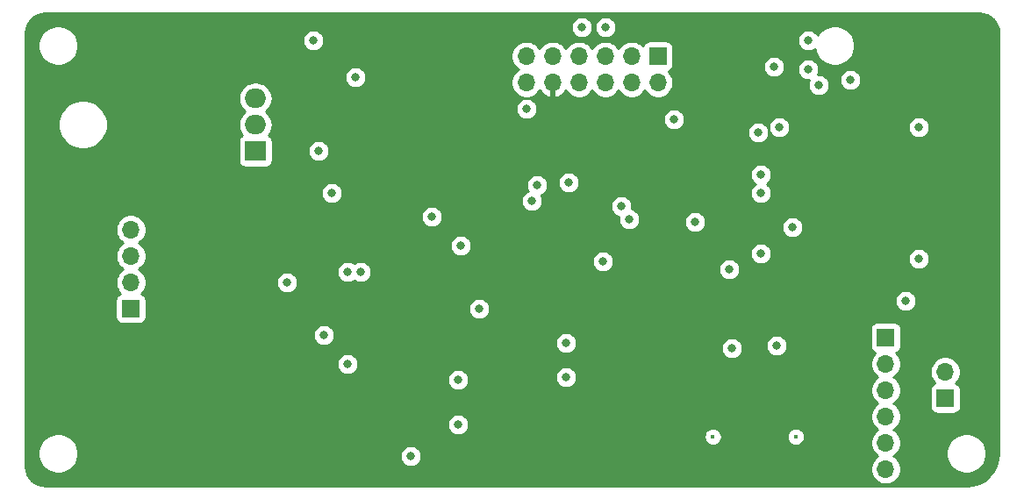
<source format=gbr>
%TF.GenerationSoftware,KiCad,Pcbnew,(5.1.9)-1*%
%TF.CreationDate,2021-03-13T19:54:34-06:00*%
%TF.ProjectId,SLKCAN,534c4b43-414e-42e6-9b69-6361645f7063,rev?*%
%TF.SameCoordinates,Original*%
%TF.FileFunction,Copper,L3,Inr*%
%TF.FilePolarity,Positive*%
%FSLAX46Y46*%
G04 Gerber Fmt 4.6, Leading zero omitted, Abs format (unit mm)*
G04 Created by KiCad (PCBNEW (5.1.9)-1) date 2021-03-13 19:54:34*
%MOMM*%
%LPD*%
G01*
G04 APERTURE LIST*
%TA.AperFunction,ComponentPad*%
%ADD10O,2.000000X1.905000*%
%TD*%
%TA.AperFunction,ComponentPad*%
%ADD11R,2.000000X1.905000*%
%TD*%
%TA.AperFunction,ComponentPad*%
%ADD12O,1.700000X1.700000*%
%TD*%
%TA.AperFunction,ComponentPad*%
%ADD13R,1.700000X1.700000*%
%TD*%
%TA.AperFunction,ComponentPad*%
%ADD14C,0.450000*%
%TD*%
%TA.AperFunction,ViaPad*%
%ADD15C,0.800000*%
%TD*%
%TA.AperFunction,Conductor*%
%ADD16C,0.254000*%
%TD*%
%TA.AperFunction,Conductor*%
%ADD17C,0.100000*%
%TD*%
G04 APERTURE END LIST*
D10*
%TO.N,Net-(C1-Pad1)*%
%TO.C,U2*%
X121920000Y-77470000D03*
%TO.N,+5V*%
X121920000Y-80010000D03*
D11*
%TO.N,GND*%
X121920000Y-82550000D03*
%TD*%
D12*
%TO.N,+5V*%
%TO.C,JP1*%
X188468000Y-103886000D03*
D13*
%TO.N,Net-(J1-Pad3)*%
X188468000Y-106426000D03*
%TD*%
D12*
%TO.N,+5V*%
%TO.C,J4*%
X148044993Y-75946495D03*
%TO.N,GND*%
X148044993Y-73406495D03*
%TO.N,+3V3*%
X150584993Y-75946495D03*
%TO.N,AUX8*%
X150584993Y-73406495D03*
%TO.N,AUX7*%
X153124993Y-75946495D03*
%TO.N,AUX6*%
X153124993Y-73406495D03*
%TO.N,AUX5*%
X155664993Y-75946495D03*
%TO.N,AUX4*%
X155664993Y-73406495D03*
%TO.N,AUX3*%
X158204993Y-75946495D03*
%TO.N,AUX2*%
X158204993Y-73406495D03*
%TO.N,AUX1*%
X160744993Y-75946495D03*
D13*
%TO.N,AUX0*%
X160744993Y-73406495D03*
%TD*%
D14*
%TO.N,N/C*%
%TO.C,J3*%
X174044689Y-110140283D03*
X166044689Y-110140283D03*
%TD*%
D12*
%TO.N,Net-(J2-Pad4)*%
%TO.C,J2*%
X109883783Y-90152253D03*
%TO.N,Net-(J2-Pad3)*%
X109883783Y-92692253D03*
%TO.N,Net-(J2-Pad2)*%
X109883783Y-95232253D03*
D13*
%TO.N,Net-(J2-Pad1)*%
X109883783Y-97772253D03*
%TD*%
D12*
%TO.N,Net-(J1-Pad6)*%
%TO.C,J1*%
X182724303Y-113269275D03*
%TO.N,UART0_TXD*%
X182724303Y-110729275D03*
%TO.N,UART0_RXD*%
X182724303Y-108189275D03*
%TO.N,Net-(J1-Pad3)*%
X182724303Y-105649275D03*
%TO.N,Net-(J1-Pad2)*%
X182724303Y-103109275D03*
D13*
%TO.N,GND*%
X182724303Y-100569275D03*
%TD*%
D15*
%TO.N,AUX5*%
X176276000Y-76200000D03*
%TO.N,AUX8*%
X175260000Y-74676000D03*
X175260000Y-71882000D03*
%TO.N,AUX6*%
X153416000Y-70612000D03*
X155702000Y-70612000D03*
%TO.N,AUX4*%
X172466000Y-80264000D03*
%TO.N,AUX1*%
X170688000Y-86614000D03*
%TO.N,AUX2*%
X170688000Y-84836000D03*
%TO.N,AUX0*%
X173736000Y-89916000D03*
%TO.N,GND*%
X130810000Y-103124000D03*
X128524000Y-100330000D03*
X143510000Y-97790000D03*
X124968000Y-95250000D03*
X131572000Y-75438000D03*
X136906000Y-112014000D03*
X151892000Y-101092000D03*
%TO.N,+3V3*%
X148590000Y-96774000D03*
%TO.N,+5V*%
X141732000Y-91694000D03*
%TO.N,GND*%
X170434000Y-80772000D03*
X162306000Y-79502000D03*
X185928000Y-80264000D03*
X185928000Y-92964000D03*
X155448000Y-93218000D03*
X167894000Y-101600000D03*
X179324000Y-75692000D03*
%TO.N,GPIO12_MISO*%
X157988000Y-89154000D03*
X157226000Y-87884000D03*
%TO.N,+3V3*%
X183896000Y-70612000D03*
%TO.N,+5V*%
X151892000Y-104394000D03*
%TO.N,GPIO23_VMOSI*%
X172212000Y-101346000D03*
X184658000Y-97028000D03*
%TO.N,Net-(SW1-Pad1)*%
X167640000Y-93980000D03*
X164338000Y-89408000D03*
%TO.N,+3V3*%
X169926000Y-101346000D03*
X162306000Y-92964000D03*
%TO.N,CAN_\u002AINT*%
X170688000Y-92456000D03*
X138938000Y-88900000D03*
%TO.N,CAN_SO*%
X149098000Y-85852000D03*
%TO.N,+5V*%
X148590000Y-87376000D03*
%TO.N,CAN_SO*%
X152146000Y-85598000D03*
%TO.N,Net-(U4-Pad1)*%
X130810000Y-94234000D03*
%TO.N,Net-(U4-Pad2)*%
X132080000Y-94234000D03*
X141478000Y-104648000D03*
%TO.N,Net-(U4-Pad1)*%
X141478000Y-108966000D03*
%TO.N,+3V3*%
X143510000Y-112776000D03*
%TO.N,+5V*%
X129286000Y-86614000D03*
X148082000Y-78486000D03*
%TO.N,+3V3*%
X140970000Y-72390000D03*
%TO.N,Net-(C11-Pad1)*%
X127508000Y-71882000D03*
X128016000Y-82550000D03*
%TO.N,AUX4*%
X171958000Y-74422000D03*
%TD*%
D16*
%TO.N,+3V3*%
X192129668Y-69303551D02*
X192475634Y-69408004D01*
X192794724Y-69577667D01*
X193074781Y-69806076D01*
X193305141Y-70084534D01*
X193477027Y-70402430D01*
X193583893Y-70747658D01*
X193625001Y-71138763D01*
X193625000Y-111726495D01*
X193562262Y-112366343D01*
X193386168Y-112949595D01*
X193100143Y-113487531D01*
X192715078Y-113959667D01*
X192245641Y-114348019D01*
X191709714Y-114637794D01*
X191127705Y-114817956D01*
X190489811Y-114885000D01*
X101633505Y-114885000D01*
X101240333Y-114846449D01*
X100894365Y-114741996D01*
X100575276Y-114572333D01*
X100295219Y-114343924D01*
X100064859Y-114065466D01*
X99892973Y-113747570D01*
X99786106Y-113402340D01*
X99745000Y-113011238D01*
X99745000Y-111568867D01*
X100929390Y-111568867D01*
X100929390Y-111951133D01*
X101003966Y-112326055D01*
X101150254Y-112679224D01*
X101362630Y-112997067D01*
X101632933Y-113267370D01*
X101950776Y-113479746D01*
X102303945Y-113626034D01*
X102678867Y-113700610D01*
X103061133Y-113700610D01*
X103436055Y-113626034D01*
X103789224Y-113479746D01*
X104107067Y-113267370D01*
X104377370Y-112997067D01*
X104589746Y-112679224D01*
X104736034Y-112326055D01*
X104810610Y-111951133D01*
X104810610Y-111912061D01*
X135871000Y-111912061D01*
X135871000Y-112115939D01*
X135910774Y-112315898D01*
X135988795Y-112504256D01*
X136102063Y-112673774D01*
X136246226Y-112817937D01*
X136415744Y-112931205D01*
X136604102Y-113009226D01*
X136804061Y-113049000D01*
X137007939Y-113049000D01*
X137207898Y-113009226D01*
X137396256Y-112931205D01*
X137565774Y-112817937D01*
X137709937Y-112673774D01*
X137823205Y-112504256D01*
X137901226Y-112315898D01*
X137941000Y-112115939D01*
X137941000Y-111912061D01*
X137901226Y-111712102D01*
X137823205Y-111523744D01*
X137709937Y-111354226D01*
X137565774Y-111210063D01*
X137396256Y-111096795D01*
X137207898Y-111018774D01*
X137007939Y-110979000D01*
X136804061Y-110979000D01*
X136604102Y-111018774D01*
X136415744Y-111096795D01*
X136246226Y-111210063D01*
X136102063Y-111354226D01*
X135988795Y-111523744D01*
X135910774Y-111712102D01*
X135871000Y-111912061D01*
X104810610Y-111912061D01*
X104810610Y-111568867D01*
X104736034Y-111193945D01*
X104589746Y-110840776D01*
X104377370Y-110522933D01*
X104107067Y-110252630D01*
X103812161Y-110055580D01*
X165184689Y-110055580D01*
X165184689Y-110224986D01*
X165217738Y-110391136D01*
X165282567Y-110547646D01*
X165376684Y-110688501D01*
X165496471Y-110808288D01*
X165637326Y-110902405D01*
X165793836Y-110967234D01*
X165959986Y-111000283D01*
X166129392Y-111000283D01*
X166295542Y-110967234D01*
X166452052Y-110902405D01*
X166592907Y-110808288D01*
X166712694Y-110688501D01*
X166806811Y-110547646D01*
X166871640Y-110391136D01*
X166904689Y-110224986D01*
X166904689Y-110055580D01*
X173184689Y-110055580D01*
X173184689Y-110224986D01*
X173217738Y-110391136D01*
X173282567Y-110547646D01*
X173376684Y-110688501D01*
X173496471Y-110808288D01*
X173637326Y-110902405D01*
X173793836Y-110967234D01*
X173959986Y-111000283D01*
X174129392Y-111000283D01*
X174295542Y-110967234D01*
X174452052Y-110902405D01*
X174592907Y-110808288D01*
X174712694Y-110688501D01*
X174806811Y-110547646D01*
X174871640Y-110391136D01*
X174904689Y-110224986D01*
X174904689Y-110055580D01*
X174871640Y-109889430D01*
X174806811Y-109732920D01*
X174712694Y-109592065D01*
X174592907Y-109472278D01*
X174452052Y-109378161D01*
X174295542Y-109313332D01*
X174129392Y-109280283D01*
X173959986Y-109280283D01*
X173793836Y-109313332D01*
X173637326Y-109378161D01*
X173496471Y-109472278D01*
X173376684Y-109592065D01*
X173282567Y-109732920D01*
X173217738Y-109889430D01*
X173184689Y-110055580D01*
X166904689Y-110055580D01*
X166871640Y-109889430D01*
X166806811Y-109732920D01*
X166712694Y-109592065D01*
X166592907Y-109472278D01*
X166452052Y-109378161D01*
X166295542Y-109313332D01*
X166129392Y-109280283D01*
X165959986Y-109280283D01*
X165793836Y-109313332D01*
X165637326Y-109378161D01*
X165496471Y-109472278D01*
X165376684Y-109592065D01*
X165282567Y-109732920D01*
X165217738Y-109889430D01*
X165184689Y-110055580D01*
X103812161Y-110055580D01*
X103789224Y-110040254D01*
X103436055Y-109893966D01*
X103061133Y-109819390D01*
X102678867Y-109819390D01*
X102303945Y-109893966D01*
X101950776Y-110040254D01*
X101632933Y-110252630D01*
X101362630Y-110522933D01*
X101150254Y-110840776D01*
X101003966Y-111193945D01*
X100929390Y-111568867D01*
X99745000Y-111568867D01*
X99745000Y-108864061D01*
X140443000Y-108864061D01*
X140443000Y-109067939D01*
X140482774Y-109267898D01*
X140560795Y-109456256D01*
X140674063Y-109625774D01*
X140818226Y-109769937D01*
X140987744Y-109883205D01*
X141176102Y-109961226D01*
X141376061Y-110001000D01*
X141579939Y-110001000D01*
X141779898Y-109961226D01*
X141968256Y-109883205D01*
X142137774Y-109769937D01*
X142281937Y-109625774D01*
X142395205Y-109456256D01*
X142473226Y-109267898D01*
X142513000Y-109067939D01*
X142513000Y-108864061D01*
X142473226Y-108664102D01*
X142395205Y-108475744D01*
X142281937Y-108306226D01*
X142137774Y-108162063D01*
X141968256Y-108048795D01*
X141779898Y-107970774D01*
X141579939Y-107931000D01*
X141376061Y-107931000D01*
X141176102Y-107970774D01*
X140987744Y-108048795D01*
X140818226Y-108162063D01*
X140674063Y-108306226D01*
X140560795Y-108475744D01*
X140482774Y-108664102D01*
X140443000Y-108864061D01*
X99745000Y-108864061D01*
X99745000Y-104546061D01*
X140443000Y-104546061D01*
X140443000Y-104749939D01*
X140482774Y-104949898D01*
X140560795Y-105138256D01*
X140674063Y-105307774D01*
X140818226Y-105451937D01*
X140987744Y-105565205D01*
X141176102Y-105643226D01*
X141376061Y-105683000D01*
X141579939Y-105683000D01*
X141779898Y-105643226D01*
X141968256Y-105565205D01*
X142137774Y-105451937D01*
X142281937Y-105307774D01*
X142395205Y-105138256D01*
X142473226Y-104949898D01*
X142513000Y-104749939D01*
X142513000Y-104546061D01*
X142473226Y-104346102D01*
X142450842Y-104292061D01*
X150857000Y-104292061D01*
X150857000Y-104495939D01*
X150896774Y-104695898D01*
X150974795Y-104884256D01*
X151088063Y-105053774D01*
X151232226Y-105197937D01*
X151401744Y-105311205D01*
X151590102Y-105389226D01*
X151790061Y-105429000D01*
X151993939Y-105429000D01*
X152193898Y-105389226D01*
X152382256Y-105311205D01*
X152551774Y-105197937D01*
X152695937Y-105053774D01*
X152809205Y-104884256D01*
X152887226Y-104695898D01*
X152927000Y-104495939D01*
X152927000Y-104292061D01*
X152887226Y-104092102D01*
X152809205Y-103903744D01*
X152695937Y-103734226D01*
X152551774Y-103590063D01*
X152382256Y-103476795D01*
X152193898Y-103398774D01*
X151993939Y-103359000D01*
X151790061Y-103359000D01*
X151590102Y-103398774D01*
X151401744Y-103476795D01*
X151232226Y-103590063D01*
X151088063Y-103734226D01*
X150974795Y-103903744D01*
X150896774Y-104092102D01*
X150857000Y-104292061D01*
X142450842Y-104292061D01*
X142395205Y-104157744D01*
X142281937Y-103988226D01*
X142137774Y-103844063D01*
X141968256Y-103730795D01*
X141779898Y-103652774D01*
X141579939Y-103613000D01*
X141376061Y-103613000D01*
X141176102Y-103652774D01*
X140987744Y-103730795D01*
X140818226Y-103844063D01*
X140674063Y-103988226D01*
X140560795Y-104157744D01*
X140482774Y-104346102D01*
X140443000Y-104546061D01*
X99745000Y-104546061D01*
X99745000Y-103022061D01*
X129775000Y-103022061D01*
X129775000Y-103225939D01*
X129814774Y-103425898D01*
X129892795Y-103614256D01*
X130006063Y-103783774D01*
X130150226Y-103927937D01*
X130319744Y-104041205D01*
X130508102Y-104119226D01*
X130708061Y-104159000D01*
X130911939Y-104159000D01*
X131111898Y-104119226D01*
X131300256Y-104041205D01*
X131469774Y-103927937D01*
X131613937Y-103783774D01*
X131727205Y-103614256D01*
X131805226Y-103425898D01*
X131845000Y-103225939D01*
X131845000Y-103022061D01*
X131805226Y-102822102D01*
X131727205Y-102633744D01*
X131613937Y-102464226D01*
X131469774Y-102320063D01*
X131300256Y-102206795D01*
X131111898Y-102128774D01*
X130911939Y-102089000D01*
X130708061Y-102089000D01*
X130508102Y-102128774D01*
X130319744Y-102206795D01*
X130150226Y-102320063D01*
X130006063Y-102464226D01*
X129892795Y-102633744D01*
X129814774Y-102822102D01*
X129775000Y-103022061D01*
X99745000Y-103022061D01*
X99745000Y-100228061D01*
X127489000Y-100228061D01*
X127489000Y-100431939D01*
X127528774Y-100631898D01*
X127606795Y-100820256D01*
X127720063Y-100989774D01*
X127864226Y-101133937D01*
X128033744Y-101247205D01*
X128222102Y-101325226D01*
X128422061Y-101365000D01*
X128625939Y-101365000D01*
X128825898Y-101325226D01*
X129014256Y-101247205D01*
X129183774Y-101133937D01*
X129327650Y-100990061D01*
X150857000Y-100990061D01*
X150857000Y-101193939D01*
X150896774Y-101393898D01*
X150974795Y-101582256D01*
X151088063Y-101751774D01*
X151232226Y-101895937D01*
X151401744Y-102009205D01*
X151590102Y-102087226D01*
X151790061Y-102127000D01*
X151993939Y-102127000D01*
X152193898Y-102087226D01*
X152382256Y-102009205D01*
X152551774Y-101895937D01*
X152695937Y-101751774D01*
X152809205Y-101582256D01*
X152844079Y-101498061D01*
X166859000Y-101498061D01*
X166859000Y-101701939D01*
X166898774Y-101901898D01*
X166976795Y-102090256D01*
X167090063Y-102259774D01*
X167234226Y-102403937D01*
X167403744Y-102517205D01*
X167592102Y-102595226D01*
X167792061Y-102635000D01*
X167995939Y-102635000D01*
X168195898Y-102595226D01*
X168384256Y-102517205D01*
X168553774Y-102403937D01*
X168697937Y-102259774D01*
X168811205Y-102090256D01*
X168889226Y-101901898D01*
X168929000Y-101701939D01*
X168929000Y-101498061D01*
X168889226Y-101298102D01*
X168866842Y-101244061D01*
X171177000Y-101244061D01*
X171177000Y-101447939D01*
X171216774Y-101647898D01*
X171294795Y-101836256D01*
X171408063Y-102005774D01*
X171552226Y-102149937D01*
X171721744Y-102263205D01*
X171910102Y-102341226D01*
X172110061Y-102381000D01*
X172313939Y-102381000D01*
X172513898Y-102341226D01*
X172702256Y-102263205D01*
X172871774Y-102149937D01*
X173015937Y-102005774D01*
X173129205Y-101836256D01*
X173207226Y-101647898D01*
X173247000Y-101447939D01*
X173247000Y-101244061D01*
X173207226Y-101044102D01*
X173129205Y-100855744D01*
X173015937Y-100686226D01*
X172871774Y-100542063D01*
X172702256Y-100428795D01*
X172513898Y-100350774D01*
X172313939Y-100311000D01*
X172110061Y-100311000D01*
X171910102Y-100350774D01*
X171721744Y-100428795D01*
X171552226Y-100542063D01*
X171408063Y-100686226D01*
X171294795Y-100855744D01*
X171216774Y-101044102D01*
X171177000Y-101244061D01*
X168866842Y-101244061D01*
X168811205Y-101109744D01*
X168697937Y-100940226D01*
X168553774Y-100796063D01*
X168384256Y-100682795D01*
X168195898Y-100604774D01*
X167995939Y-100565000D01*
X167792061Y-100565000D01*
X167592102Y-100604774D01*
X167403744Y-100682795D01*
X167234226Y-100796063D01*
X167090063Y-100940226D01*
X166976795Y-101109744D01*
X166898774Y-101298102D01*
X166859000Y-101498061D01*
X152844079Y-101498061D01*
X152887226Y-101393898D01*
X152927000Y-101193939D01*
X152927000Y-100990061D01*
X152887226Y-100790102D01*
X152809205Y-100601744D01*
X152695937Y-100432226D01*
X152551774Y-100288063D01*
X152382256Y-100174795D01*
X152193898Y-100096774D01*
X151993939Y-100057000D01*
X151790061Y-100057000D01*
X151590102Y-100096774D01*
X151401744Y-100174795D01*
X151232226Y-100288063D01*
X151088063Y-100432226D01*
X150974795Y-100601744D01*
X150896774Y-100790102D01*
X150857000Y-100990061D01*
X129327650Y-100990061D01*
X129327937Y-100989774D01*
X129441205Y-100820256D01*
X129519226Y-100631898D01*
X129559000Y-100431939D01*
X129559000Y-100228061D01*
X129519226Y-100028102D01*
X129441205Y-99839744D01*
X129360711Y-99719275D01*
X181236231Y-99719275D01*
X181236231Y-101419275D01*
X181248491Y-101543757D01*
X181284801Y-101663455D01*
X181343766Y-101773769D01*
X181423118Y-101870460D01*
X181519809Y-101949812D01*
X181630123Y-102008777D01*
X181702683Y-102030788D01*
X181570828Y-102162643D01*
X181408313Y-102405864D01*
X181296371Y-102676117D01*
X181239303Y-102963015D01*
X181239303Y-103255535D01*
X181296371Y-103542433D01*
X181408313Y-103812686D01*
X181570828Y-104055907D01*
X181777671Y-104262750D01*
X181952063Y-104379275D01*
X181777671Y-104495800D01*
X181570828Y-104702643D01*
X181408313Y-104945864D01*
X181296371Y-105216117D01*
X181239303Y-105503015D01*
X181239303Y-105795535D01*
X181296371Y-106082433D01*
X181408313Y-106352686D01*
X181570828Y-106595907D01*
X181777671Y-106802750D01*
X181952063Y-106919275D01*
X181777671Y-107035800D01*
X181570828Y-107242643D01*
X181408313Y-107485864D01*
X181296371Y-107756117D01*
X181239303Y-108043015D01*
X181239303Y-108335535D01*
X181296371Y-108622433D01*
X181408313Y-108892686D01*
X181570828Y-109135907D01*
X181777671Y-109342750D01*
X181952063Y-109459275D01*
X181777671Y-109575800D01*
X181570828Y-109782643D01*
X181408313Y-110025864D01*
X181296371Y-110296117D01*
X181239303Y-110583015D01*
X181239303Y-110875535D01*
X181296371Y-111162433D01*
X181408313Y-111432686D01*
X181570828Y-111675907D01*
X181777671Y-111882750D01*
X181952063Y-111999275D01*
X181777671Y-112115800D01*
X181570828Y-112322643D01*
X181408313Y-112565864D01*
X181296371Y-112836117D01*
X181239303Y-113123015D01*
X181239303Y-113415535D01*
X181296371Y-113702433D01*
X181408313Y-113972686D01*
X181570828Y-114215907D01*
X181777671Y-114422750D01*
X182020892Y-114585265D01*
X182291145Y-114697207D01*
X182578043Y-114754275D01*
X182870563Y-114754275D01*
X183157461Y-114697207D01*
X183427714Y-114585265D01*
X183670935Y-114422750D01*
X183877778Y-114215907D01*
X184040293Y-113972686D01*
X184152235Y-113702433D01*
X184209303Y-113415535D01*
X184209303Y-113123015D01*
X184152235Y-112836117D01*
X184040293Y-112565864D01*
X183877778Y-112322643D01*
X183670935Y-112115800D01*
X183496543Y-111999275D01*
X183670935Y-111882750D01*
X183877778Y-111675907D01*
X183949299Y-111568867D01*
X188559390Y-111568867D01*
X188559390Y-111951133D01*
X188633966Y-112326055D01*
X188780254Y-112679224D01*
X188992630Y-112997067D01*
X189262933Y-113267370D01*
X189580776Y-113479746D01*
X189933945Y-113626034D01*
X190308867Y-113700610D01*
X190691133Y-113700610D01*
X191066055Y-113626034D01*
X191419224Y-113479746D01*
X191737067Y-113267370D01*
X192007370Y-112997067D01*
X192219746Y-112679224D01*
X192366034Y-112326055D01*
X192440610Y-111951133D01*
X192440610Y-111568867D01*
X192366034Y-111193945D01*
X192219746Y-110840776D01*
X192007370Y-110522933D01*
X191737067Y-110252630D01*
X191419224Y-110040254D01*
X191066055Y-109893966D01*
X190691133Y-109819390D01*
X190308867Y-109819390D01*
X189933945Y-109893966D01*
X189580776Y-110040254D01*
X189262933Y-110252630D01*
X188992630Y-110522933D01*
X188780254Y-110840776D01*
X188633966Y-111193945D01*
X188559390Y-111568867D01*
X183949299Y-111568867D01*
X184040293Y-111432686D01*
X184152235Y-111162433D01*
X184209303Y-110875535D01*
X184209303Y-110583015D01*
X184152235Y-110296117D01*
X184040293Y-110025864D01*
X183877778Y-109782643D01*
X183670935Y-109575800D01*
X183496543Y-109459275D01*
X183670935Y-109342750D01*
X183877778Y-109135907D01*
X184040293Y-108892686D01*
X184152235Y-108622433D01*
X184209303Y-108335535D01*
X184209303Y-108043015D01*
X184152235Y-107756117D01*
X184040293Y-107485864D01*
X183877778Y-107242643D01*
X183670935Y-107035800D01*
X183496543Y-106919275D01*
X183670935Y-106802750D01*
X183877778Y-106595907D01*
X184040293Y-106352686D01*
X184152235Y-106082433D01*
X184209303Y-105795535D01*
X184209303Y-105576000D01*
X186979928Y-105576000D01*
X186979928Y-107276000D01*
X186992188Y-107400482D01*
X187028498Y-107520180D01*
X187087463Y-107630494D01*
X187166815Y-107727185D01*
X187263506Y-107806537D01*
X187373820Y-107865502D01*
X187493518Y-107901812D01*
X187618000Y-107914072D01*
X189318000Y-107914072D01*
X189442482Y-107901812D01*
X189562180Y-107865502D01*
X189672494Y-107806537D01*
X189769185Y-107727185D01*
X189848537Y-107630494D01*
X189907502Y-107520180D01*
X189943812Y-107400482D01*
X189956072Y-107276000D01*
X189956072Y-105576000D01*
X189943812Y-105451518D01*
X189907502Y-105331820D01*
X189848537Y-105221506D01*
X189769185Y-105124815D01*
X189672494Y-105045463D01*
X189562180Y-104986498D01*
X189489620Y-104964487D01*
X189621475Y-104832632D01*
X189783990Y-104589411D01*
X189895932Y-104319158D01*
X189953000Y-104032260D01*
X189953000Y-103739740D01*
X189895932Y-103452842D01*
X189783990Y-103182589D01*
X189621475Y-102939368D01*
X189414632Y-102732525D01*
X189171411Y-102570010D01*
X188901158Y-102458068D01*
X188614260Y-102401000D01*
X188321740Y-102401000D01*
X188034842Y-102458068D01*
X187764589Y-102570010D01*
X187521368Y-102732525D01*
X187314525Y-102939368D01*
X187152010Y-103182589D01*
X187040068Y-103452842D01*
X186983000Y-103739740D01*
X186983000Y-104032260D01*
X187040068Y-104319158D01*
X187152010Y-104589411D01*
X187314525Y-104832632D01*
X187446380Y-104964487D01*
X187373820Y-104986498D01*
X187263506Y-105045463D01*
X187166815Y-105124815D01*
X187087463Y-105221506D01*
X187028498Y-105331820D01*
X186992188Y-105451518D01*
X186979928Y-105576000D01*
X184209303Y-105576000D01*
X184209303Y-105503015D01*
X184152235Y-105216117D01*
X184040293Y-104945864D01*
X183877778Y-104702643D01*
X183670935Y-104495800D01*
X183496543Y-104379275D01*
X183670935Y-104262750D01*
X183877778Y-104055907D01*
X184040293Y-103812686D01*
X184152235Y-103542433D01*
X184209303Y-103255535D01*
X184209303Y-102963015D01*
X184152235Y-102676117D01*
X184040293Y-102405864D01*
X183877778Y-102162643D01*
X183745923Y-102030788D01*
X183818483Y-102008777D01*
X183928797Y-101949812D01*
X184025488Y-101870460D01*
X184104840Y-101773769D01*
X184163805Y-101663455D01*
X184200115Y-101543757D01*
X184212375Y-101419275D01*
X184212375Y-99719275D01*
X184200115Y-99594793D01*
X184163805Y-99475095D01*
X184104840Y-99364781D01*
X184025488Y-99268090D01*
X183928797Y-99188738D01*
X183818483Y-99129773D01*
X183698785Y-99093463D01*
X183574303Y-99081203D01*
X181874303Y-99081203D01*
X181749821Y-99093463D01*
X181630123Y-99129773D01*
X181519809Y-99188738D01*
X181423118Y-99268090D01*
X181343766Y-99364781D01*
X181284801Y-99475095D01*
X181248491Y-99594793D01*
X181236231Y-99719275D01*
X129360711Y-99719275D01*
X129327937Y-99670226D01*
X129183774Y-99526063D01*
X129014256Y-99412795D01*
X128825898Y-99334774D01*
X128625939Y-99295000D01*
X128422061Y-99295000D01*
X128222102Y-99334774D01*
X128033744Y-99412795D01*
X127864226Y-99526063D01*
X127720063Y-99670226D01*
X127606795Y-99839744D01*
X127528774Y-100028102D01*
X127489000Y-100228061D01*
X99745000Y-100228061D01*
X99745000Y-96922253D01*
X108395711Y-96922253D01*
X108395711Y-98622253D01*
X108407971Y-98746735D01*
X108444281Y-98866433D01*
X108503246Y-98976747D01*
X108582598Y-99073438D01*
X108679289Y-99152790D01*
X108789603Y-99211755D01*
X108909301Y-99248065D01*
X109033783Y-99260325D01*
X110733783Y-99260325D01*
X110858265Y-99248065D01*
X110977963Y-99211755D01*
X111088277Y-99152790D01*
X111184968Y-99073438D01*
X111264320Y-98976747D01*
X111323285Y-98866433D01*
X111359595Y-98746735D01*
X111371855Y-98622253D01*
X111371855Y-97688061D01*
X142475000Y-97688061D01*
X142475000Y-97891939D01*
X142514774Y-98091898D01*
X142592795Y-98280256D01*
X142706063Y-98449774D01*
X142850226Y-98593937D01*
X143019744Y-98707205D01*
X143208102Y-98785226D01*
X143408061Y-98825000D01*
X143611939Y-98825000D01*
X143811898Y-98785226D01*
X144000256Y-98707205D01*
X144169774Y-98593937D01*
X144313937Y-98449774D01*
X144427205Y-98280256D01*
X144505226Y-98091898D01*
X144545000Y-97891939D01*
X144545000Y-97688061D01*
X144505226Y-97488102D01*
X144427205Y-97299744D01*
X144313937Y-97130226D01*
X144169774Y-96986063D01*
X144079975Y-96926061D01*
X183623000Y-96926061D01*
X183623000Y-97129939D01*
X183662774Y-97329898D01*
X183740795Y-97518256D01*
X183854063Y-97687774D01*
X183998226Y-97831937D01*
X184167744Y-97945205D01*
X184356102Y-98023226D01*
X184556061Y-98063000D01*
X184759939Y-98063000D01*
X184959898Y-98023226D01*
X185148256Y-97945205D01*
X185317774Y-97831937D01*
X185461937Y-97687774D01*
X185575205Y-97518256D01*
X185653226Y-97329898D01*
X185693000Y-97129939D01*
X185693000Y-96926061D01*
X185653226Y-96726102D01*
X185575205Y-96537744D01*
X185461937Y-96368226D01*
X185317774Y-96224063D01*
X185148256Y-96110795D01*
X184959898Y-96032774D01*
X184759939Y-95993000D01*
X184556061Y-95993000D01*
X184356102Y-96032774D01*
X184167744Y-96110795D01*
X183998226Y-96224063D01*
X183854063Y-96368226D01*
X183740795Y-96537744D01*
X183662774Y-96726102D01*
X183623000Y-96926061D01*
X144079975Y-96926061D01*
X144000256Y-96872795D01*
X143811898Y-96794774D01*
X143611939Y-96755000D01*
X143408061Y-96755000D01*
X143208102Y-96794774D01*
X143019744Y-96872795D01*
X142850226Y-96986063D01*
X142706063Y-97130226D01*
X142592795Y-97299744D01*
X142514774Y-97488102D01*
X142475000Y-97688061D01*
X111371855Y-97688061D01*
X111371855Y-96922253D01*
X111359595Y-96797771D01*
X111323285Y-96678073D01*
X111264320Y-96567759D01*
X111184968Y-96471068D01*
X111088277Y-96391716D01*
X110977963Y-96332751D01*
X110905403Y-96310740D01*
X111037258Y-96178885D01*
X111199773Y-95935664D01*
X111311715Y-95665411D01*
X111368783Y-95378513D01*
X111368783Y-95148061D01*
X123933000Y-95148061D01*
X123933000Y-95351939D01*
X123972774Y-95551898D01*
X124050795Y-95740256D01*
X124164063Y-95909774D01*
X124308226Y-96053937D01*
X124477744Y-96167205D01*
X124666102Y-96245226D01*
X124866061Y-96285000D01*
X125069939Y-96285000D01*
X125269898Y-96245226D01*
X125458256Y-96167205D01*
X125627774Y-96053937D01*
X125771937Y-95909774D01*
X125885205Y-95740256D01*
X125963226Y-95551898D01*
X126003000Y-95351939D01*
X126003000Y-95148061D01*
X125963226Y-94948102D01*
X125885205Y-94759744D01*
X125771937Y-94590226D01*
X125627774Y-94446063D01*
X125458256Y-94332795D01*
X125269898Y-94254774D01*
X125069939Y-94215000D01*
X124866061Y-94215000D01*
X124666102Y-94254774D01*
X124477744Y-94332795D01*
X124308226Y-94446063D01*
X124164063Y-94590226D01*
X124050795Y-94759744D01*
X123972774Y-94948102D01*
X123933000Y-95148061D01*
X111368783Y-95148061D01*
X111368783Y-95085993D01*
X111311715Y-94799095D01*
X111199773Y-94528842D01*
X111037258Y-94285621D01*
X110883698Y-94132061D01*
X129775000Y-94132061D01*
X129775000Y-94335939D01*
X129814774Y-94535898D01*
X129892795Y-94724256D01*
X130006063Y-94893774D01*
X130150226Y-95037937D01*
X130319744Y-95151205D01*
X130508102Y-95229226D01*
X130708061Y-95269000D01*
X130911939Y-95269000D01*
X131111898Y-95229226D01*
X131300256Y-95151205D01*
X131445000Y-95054490D01*
X131589744Y-95151205D01*
X131778102Y-95229226D01*
X131978061Y-95269000D01*
X132181939Y-95269000D01*
X132381898Y-95229226D01*
X132570256Y-95151205D01*
X132739774Y-95037937D01*
X132883937Y-94893774D01*
X132997205Y-94724256D01*
X133075226Y-94535898D01*
X133115000Y-94335939D01*
X133115000Y-94132061D01*
X133075226Y-93932102D01*
X132997205Y-93743744D01*
X132883937Y-93574226D01*
X132739774Y-93430063D01*
X132570256Y-93316795D01*
X132381898Y-93238774D01*
X132181939Y-93199000D01*
X131978061Y-93199000D01*
X131778102Y-93238774D01*
X131589744Y-93316795D01*
X131445000Y-93413510D01*
X131300256Y-93316795D01*
X131111898Y-93238774D01*
X130911939Y-93199000D01*
X130708061Y-93199000D01*
X130508102Y-93238774D01*
X130319744Y-93316795D01*
X130150226Y-93430063D01*
X130006063Y-93574226D01*
X129892795Y-93743744D01*
X129814774Y-93932102D01*
X129775000Y-94132061D01*
X110883698Y-94132061D01*
X110830415Y-94078778D01*
X110656023Y-93962253D01*
X110830415Y-93845728D01*
X111037258Y-93638885D01*
X111199773Y-93395664D01*
X111311715Y-93125411D01*
X111313574Y-93116061D01*
X154413000Y-93116061D01*
X154413000Y-93319939D01*
X154452774Y-93519898D01*
X154530795Y-93708256D01*
X154644063Y-93877774D01*
X154788226Y-94021937D01*
X154957744Y-94135205D01*
X155146102Y-94213226D01*
X155346061Y-94253000D01*
X155549939Y-94253000D01*
X155749898Y-94213226D01*
X155938256Y-94135205D01*
X156107774Y-94021937D01*
X156251650Y-93878061D01*
X166605000Y-93878061D01*
X166605000Y-94081939D01*
X166644774Y-94281898D01*
X166722795Y-94470256D01*
X166836063Y-94639774D01*
X166980226Y-94783937D01*
X167149744Y-94897205D01*
X167338102Y-94975226D01*
X167538061Y-95015000D01*
X167741939Y-95015000D01*
X167941898Y-94975226D01*
X168130256Y-94897205D01*
X168299774Y-94783937D01*
X168443937Y-94639774D01*
X168557205Y-94470256D01*
X168635226Y-94281898D01*
X168675000Y-94081939D01*
X168675000Y-93878061D01*
X168635226Y-93678102D01*
X168557205Y-93489744D01*
X168443937Y-93320226D01*
X168299774Y-93176063D01*
X168130256Y-93062795D01*
X167941898Y-92984774D01*
X167741939Y-92945000D01*
X167538061Y-92945000D01*
X167338102Y-92984774D01*
X167149744Y-93062795D01*
X166980226Y-93176063D01*
X166836063Y-93320226D01*
X166722795Y-93489744D01*
X166644774Y-93678102D01*
X166605000Y-93878061D01*
X156251650Y-93878061D01*
X156251937Y-93877774D01*
X156365205Y-93708256D01*
X156443226Y-93519898D01*
X156483000Y-93319939D01*
X156483000Y-93116061D01*
X156443226Y-92916102D01*
X156365205Y-92727744D01*
X156251937Y-92558226D01*
X156107774Y-92414063D01*
X156017975Y-92354061D01*
X169653000Y-92354061D01*
X169653000Y-92557939D01*
X169692774Y-92757898D01*
X169770795Y-92946256D01*
X169884063Y-93115774D01*
X170028226Y-93259937D01*
X170197744Y-93373205D01*
X170386102Y-93451226D01*
X170586061Y-93491000D01*
X170789939Y-93491000D01*
X170989898Y-93451226D01*
X171178256Y-93373205D01*
X171347774Y-93259937D01*
X171491937Y-93115774D01*
X171605205Y-92946256D01*
X171640079Y-92862061D01*
X184893000Y-92862061D01*
X184893000Y-93065939D01*
X184932774Y-93265898D01*
X185010795Y-93454256D01*
X185124063Y-93623774D01*
X185268226Y-93767937D01*
X185437744Y-93881205D01*
X185626102Y-93959226D01*
X185826061Y-93999000D01*
X186029939Y-93999000D01*
X186229898Y-93959226D01*
X186418256Y-93881205D01*
X186587774Y-93767937D01*
X186731937Y-93623774D01*
X186845205Y-93454256D01*
X186923226Y-93265898D01*
X186963000Y-93065939D01*
X186963000Y-92862061D01*
X186923226Y-92662102D01*
X186845205Y-92473744D01*
X186731937Y-92304226D01*
X186587774Y-92160063D01*
X186418256Y-92046795D01*
X186229898Y-91968774D01*
X186029939Y-91929000D01*
X185826061Y-91929000D01*
X185626102Y-91968774D01*
X185437744Y-92046795D01*
X185268226Y-92160063D01*
X185124063Y-92304226D01*
X185010795Y-92473744D01*
X184932774Y-92662102D01*
X184893000Y-92862061D01*
X171640079Y-92862061D01*
X171683226Y-92757898D01*
X171723000Y-92557939D01*
X171723000Y-92354061D01*
X171683226Y-92154102D01*
X171605205Y-91965744D01*
X171491937Y-91796226D01*
X171347774Y-91652063D01*
X171178256Y-91538795D01*
X170989898Y-91460774D01*
X170789939Y-91421000D01*
X170586061Y-91421000D01*
X170386102Y-91460774D01*
X170197744Y-91538795D01*
X170028226Y-91652063D01*
X169884063Y-91796226D01*
X169770795Y-91965744D01*
X169692774Y-92154102D01*
X169653000Y-92354061D01*
X156017975Y-92354061D01*
X155938256Y-92300795D01*
X155749898Y-92222774D01*
X155549939Y-92183000D01*
X155346061Y-92183000D01*
X155146102Y-92222774D01*
X154957744Y-92300795D01*
X154788226Y-92414063D01*
X154644063Y-92558226D01*
X154530795Y-92727744D01*
X154452774Y-92916102D01*
X154413000Y-93116061D01*
X111313574Y-93116061D01*
X111368783Y-92838513D01*
X111368783Y-92545993D01*
X111311715Y-92259095D01*
X111199773Y-91988842D01*
X111037258Y-91745621D01*
X110883698Y-91592061D01*
X140697000Y-91592061D01*
X140697000Y-91795939D01*
X140736774Y-91995898D01*
X140814795Y-92184256D01*
X140928063Y-92353774D01*
X141072226Y-92497937D01*
X141241744Y-92611205D01*
X141430102Y-92689226D01*
X141630061Y-92729000D01*
X141833939Y-92729000D01*
X142033898Y-92689226D01*
X142222256Y-92611205D01*
X142391774Y-92497937D01*
X142535937Y-92353774D01*
X142649205Y-92184256D01*
X142727226Y-91995898D01*
X142767000Y-91795939D01*
X142767000Y-91592061D01*
X142727226Y-91392102D01*
X142649205Y-91203744D01*
X142535937Y-91034226D01*
X142391774Y-90890063D01*
X142222256Y-90776795D01*
X142033898Y-90698774D01*
X141833939Y-90659000D01*
X141630061Y-90659000D01*
X141430102Y-90698774D01*
X141241744Y-90776795D01*
X141072226Y-90890063D01*
X140928063Y-91034226D01*
X140814795Y-91203744D01*
X140736774Y-91392102D01*
X140697000Y-91592061D01*
X110883698Y-91592061D01*
X110830415Y-91538778D01*
X110656023Y-91422253D01*
X110830415Y-91305728D01*
X111037258Y-91098885D01*
X111199773Y-90855664D01*
X111311715Y-90585411D01*
X111368783Y-90298513D01*
X111368783Y-90005993D01*
X111311715Y-89719095D01*
X111199773Y-89448842D01*
X111037258Y-89205621D01*
X110830415Y-88998778D01*
X110587194Y-88836263D01*
X110494966Y-88798061D01*
X137903000Y-88798061D01*
X137903000Y-89001939D01*
X137942774Y-89201898D01*
X138020795Y-89390256D01*
X138134063Y-89559774D01*
X138278226Y-89703937D01*
X138447744Y-89817205D01*
X138636102Y-89895226D01*
X138836061Y-89935000D01*
X139039939Y-89935000D01*
X139239898Y-89895226D01*
X139428256Y-89817205D01*
X139597774Y-89703937D01*
X139741937Y-89559774D01*
X139855205Y-89390256D01*
X139933226Y-89201898D01*
X139973000Y-89001939D01*
X139973000Y-88798061D01*
X139933226Y-88598102D01*
X139855205Y-88409744D01*
X139741937Y-88240226D01*
X139597774Y-88096063D01*
X139428256Y-87982795D01*
X139239898Y-87904774D01*
X139039939Y-87865000D01*
X138836061Y-87865000D01*
X138636102Y-87904774D01*
X138447744Y-87982795D01*
X138278226Y-88096063D01*
X138134063Y-88240226D01*
X138020795Y-88409744D01*
X137942774Y-88598102D01*
X137903000Y-88798061D01*
X110494966Y-88798061D01*
X110316941Y-88724321D01*
X110030043Y-88667253D01*
X109737523Y-88667253D01*
X109450625Y-88724321D01*
X109180372Y-88836263D01*
X108937151Y-88998778D01*
X108730308Y-89205621D01*
X108567793Y-89448842D01*
X108455851Y-89719095D01*
X108398783Y-90005993D01*
X108398783Y-90298513D01*
X108455851Y-90585411D01*
X108567793Y-90855664D01*
X108730308Y-91098885D01*
X108937151Y-91305728D01*
X109111543Y-91422253D01*
X108937151Y-91538778D01*
X108730308Y-91745621D01*
X108567793Y-91988842D01*
X108455851Y-92259095D01*
X108398783Y-92545993D01*
X108398783Y-92838513D01*
X108455851Y-93125411D01*
X108567793Y-93395664D01*
X108730308Y-93638885D01*
X108937151Y-93845728D01*
X109111543Y-93962253D01*
X108937151Y-94078778D01*
X108730308Y-94285621D01*
X108567793Y-94528842D01*
X108455851Y-94799095D01*
X108398783Y-95085993D01*
X108398783Y-95378513D01*
X108455851Y-95665411D01*
X108567793Y-95935664D01*
X108730308Y-96178885D01*
X108862163Y-96310740D01*
X108789603Y-96332751D01*
X108679289Y-96391716D01*
X108582598Y-96471068D01*
X108503246Y-96567759D01*
X108444281Y-96678073D01*
X108407971Y-96797771D01*
X108395711Y-96922253D01*
X99745000Y-96922253D01*
X99745000Y-86512061D01*
X128251000Y-86512061D01*
X128251000Y-86715939D01*
X128290774Y-86915898D01*
X128368795Y-87104256D01*
X128482063Y-87273774D01*
X128626226Y-87417937D01*
X128795744Y-87531205D01*
X128984102Y-87609226D01*
X129184061Y-87649000D01*
X129387939Y-87649000D01*
X129587898Y-87609226D01*
X129776256Y-87531205D01*
X129945774Y-87417937D01*
X130089650Y-87274061D01*
X147555000Y-87274061D01*
X147555000Y-87477939D01*
X147594774Y-87677898D01*
X147672795Y-87866256D01*
X147786063Y-88035774D01*
X147930226Y-88179937D01*
X148099744Y-88293205D01*
X148288102Y-88371226D01*
X148488061Y-88411000D01*
X148691939Y-88411000D01*
X148891898Y-88371226D01*
X149080256Y-88293205D01*
X149249774Y-88179937D01*
X149393937Y-88035774D01*
X149507205Y-87866256D01*
X149542079Y-87782061D01*
X156191000Y-87782061D01*
X156191000Y-87985939D01*
X156230774Y-88185898D01*
X156308795Y-88374256D01*
X156422063Y-88543774D01*
X156566226Y-88687937D01*
X156735744Y-88801205D01*
X156924102Y-88879226D01*
X156984970Y-88891333D01*
X156953000Y-89052061D01*
X156953000Y-89255939D01*
X156992774Y-89455898D01*
X157070795Y-89644256D01*
X157184063Y-89813774D01*
X157328226Y-89957937D01*
X157497744Y-90071205D01*
X157686102Y-90149226D01*
X157886061Y-90189000D01*
X158089939Y-90189000D01*
X158289898Y-90149226D01*
X158478256Y-90071205D01*
X158647774Y-89957937D01*
X158791937Y-89813774D01*
X158905205Y-89644256D01*
X158983226Y-89455898D01*
X159013030Y-89306061D01*
X163303000Y-89306061D01*
X163303000Y-89509939D01*
X163342774Y-89709898D01*
X163420795Y-89898256D01*
X163534063Y-90067774D01*
X163678226Y-90211937D01*
X163847744Y-90325205D01*
X164036102Y-90403226D01*
X164236061Y-90443000D01*
X164439939Y-90443000D01*
X164639898Y-90403226D01*
X164828256Y-90325205D01*
X164997774Y-90211937D01*
X165141937Y-90067774D01*
X165255205Y-89898256D01*
X165290079Y-89814061D01*
X172701000Y-89814061D01*
X172701000Y-90017939D01*
X172740774Y-90217898D01*
X172818795Y-90406256D01*
X172932063Y-90575774D01*
X173076226Y-90719937D01*
X173245744Y-90833205D01*
X173434102Y-90911226D01*
X173634061Y-90951000D01*
X173837939Y-90951000D01*
X174037898Y-90911226D01*
X174226256Y-90833205D01*
X174395774Y-90719937D01*
X174539937Y-90575774D01*
X174653205Y-90406256D01*
X174731226Y-90217898D01*
X174771000Y-90017939D01*
X174771000Y-89814061D01*
X174731226Y-89614102D01*
X174653205Y-89425744D01*
X174539937Y-89256226D01*
X174395774Y-89112063D01*
X174226256Y-88998795D01*
X174037898Y-88920774D01*
X173837939Y-88881000D01*
X173634061Y-88881000D01*
X173434102Y-88920774D01*
X173245744Y-88998795D01*
X173076226Y-89112063D01*
X172932063Y-89256226D01*
X172818795Y-89425744D01*
X172740774Y-89614102D01*
X172701000Y-89814061D01*
X165290079Y-89814061D01*
X165333226Y-89709898D01*
X165373000Y-89509939D01*
X165373000Y-89306061D01*
X165333226Y-89106102D01*
X165255205Y-88917744D01*
X165141937Y-88748226D01*
X164997774Y-88604063D01*
X164828256Y-88490795D01*
X164639898Y-88412774D01*
X164439939Y-88373000D01*
X164236061Y-88373000D01*
X164036102Y-88412774D01*
X163847744Y-88490795D01*
X163678226Y-88604063D01*
X163534063Y-88748226D01*
X163420795Y-88917744D01*
X163342774Y-89106102D01*
X163303000Y-89306061D01*
X159013030Y-89306061D01*
X159023000Y-89255939D01*
X159023000Y-89052061D01*
X158983226Y-88852102D01*
X158905205Y-88663744D01*
X158791937Y-88494226D01*
X158647774Y-88350063D01*
X158478256Y-88236795D01*
X158289898Y-88158774D01*
X158229030Y-88146667D01*
X158261000Y-87985939D01*
X158261000Y-87782061D01*
X158221226Y-87582102D01*
X158143205Y-87393744D01*
X158029937Y-87224226D01*
X157885774Y-87080063D01*
X157716256Y-86966795D01*
X157527898Y-86888774D01*
X157327939Y-86849000D01*
X157124061Y-86849000D01*
X156924102Y-86888774D01*
X156735744Y-86966795D01*
X156566226Y-87080063D01*
X156422063Y-87224226D01*
X156308795Y-87393744D01*
X156230774Y-87582102D01*
X156191000Y-87782061D01*
X149542079Y-87782061D01*
X149585226Y-87677898D01*
X149625000Y-87477939D01*
X149625000Y-87274061D01*
X149585226Y-87074102D01*
X149507205Y-86885744D01*
X149463786Y-86820763D01*
X149588256Y-86769205D01*
X149757774Y-86655937D01*
X149901937Y-86511774D01*
X150015205Y-86342256D01*
X150093226Y-86153898D01*
X150133000Y-85953939D01*
X150133000Y-85750061D01*
X150093226Y-85550102D01*
X150070842Y-85496061D01*
X151111000Y-85496061D01*
X151111000Y-85699939D01*
X151150774Y-85899898D01*
X151228795Y-86088256D01*
X151342063Y-86257774D01*
X151486226Y-86401937D01*
X151655744Y-86515205D01*
X151844102Y-86593226D01*
X152044061Y-86633000D01*
X152247939Y-86633000D01*
X152447898Y-86593226D01*
X152636256Y-86515205D01*
X152805774Y-86401937D01*
X152949937Y-86257774D01*
X153063205Y-86088256D01*
X153141226Y-85899898D01*
X153181000Y-85699939D01*
X153181000Y-85496061D01*
X153141226Y-85296102D01*
X153063205Y-85107744D01*
X152949937Y-84938226D01*
X152805774Y-84794063D01*
X152715975Y-84734061D01*
X169653000Y-84734061D01*
X169653000Y-84937939D01*
X169692774Y-85137898D01*
X169770795Y-85326256D01*
X169884063Y-85495774D01*
X170028226Y-85639937D01*
X170155532Y-85725000D01*
X170028226Y-85810063D01*
X169884063Y-85954226D01*
X169770795Y-86123744D01*
X169692774Y-86312102D01*
X169653000Y-86512061D01*
X169653000Y-86715939D01*
X169692774Y-86915898D01*
X169770795Y-87104256D01*
X169884063Y-87273774D01*
X170028226Y-87417937D01*
X170197744Y-87531205D01*
X170386102Y-87609226D01*
X170586061Y-87649000D01*
X170789939Y-87649000D01*
X170989898Y-87609226D01*
X171178256Y-87531205D01*
X171347774Y-87417937D01*
X171491937Y-87273774D01*
X171605205Y-87104256D01*
X171683226Y-86915898D01*
X171723000Y-86715939D01*
X171723000Y-86512061D01*
X171683226Y-86312102D01*
X171605205Y-86123744D01*
X171491937Y-85954226D01*
X171347774Y-85810063D01*
X171220468Y-85725000D01*
X171347774Y-85639937D01*
X171491937Y-85495774D01*
X171605205Y-85326256D01*
X171683226Y-85137898D01*
X171723000Y-84937939D01*
X171723000Y-84734061D01*
X171683226Y-84534102D01*
X171605205Y-84345744D01*
X171491937Y-84176226D01*
X171347774Y-84032063D01*
X171178256Y-83918795D01*
X170989898Y-83840774D01*
X170789939Y-83801000D01*
X170586061Y-83801000D01*
X170386102Y-83840774D01*
X170197744Y-83918795D01*
X170028226Y-84032063D01*
X169884063Y-84176226D01*
X169770795Y-84345744D01*
X169692774Y-84534102D01*
X169653000Y-84734061D01*
X152715975Y-84734061D01*
X152636256Y-84680795D01*
X152447898Y-84602774D01*
X152247939Y-84563000D01*
X152044061Y-84563000D01*
X151844102Y-84602774D01*
X151655744Y-84680795D01*
X151486226Y-84794063D01*
X151342063Y-84938226D01*
X151228795Y-85107744D01*
X151150774Y-85296102D01*
X151111000Y-85496061D01*
X150070842Y-85496061D01*
X150015205Y-85361744D01*
X149901937Y-85192226D01*
X149757774Y-85048063D01*
X149588256Y-84934795D01*
X149399898Y-84856774D01*
X149199939Y-84817000D01*
X148996061Y-84817000D01*
X148796102Y-84856774D01*
X148607744Y-84934795D01*
X148438226Y-85048063D01*
X148294063Y-85192226D01*
X148180795Y-85361744D01*
X148102774Y-85550102D01*
X148063000Y-85750061D01*
X148063000Y-85953939D01*
X148102774Y-86153898D01*
X148180795Y-86342256D01*
X148224214Y-86407237D01*
X148099744Y-86458795D01*
X147930226Y-86572063D01*
X147786063Y-86716226D01*
X147672795Y-86885744D01*
X147594774Y-87074102D01*
X147555000Y-87274061D01*
X130089650Y-87274061D01*
X130089937Y-87273774D01*
X130203205Y-87104256D01*
X130281226Y-86915898D01*
X130321000Y-86715939D01*
X130321000Y-86512061D01*
X130281226Y-86312102D01*
X130203205Y-86123744D01*
X130089937Y-85954226D01*
X129945774Y-85810063D01*
X129776256Y-85696795D01*
X129587898Y-85618774D01*
X129387939Y-85579000D01*
X129184061Y-85579000D01*
X128984102Y-85618774D01*
X128795744Y-85696795D01*
X128626226Y-85810063D01*
X128482063Y-85954226D01*
X128368795Y-86123744D01*
X128290774Y-86312102D01*
X128251000Y-86512061D01*
X99745000Y-86512061D01*
X99745000Y-79775098D01*
X102875000Y-79775098D01*
X102875000Y-80244902D01*
X102966654Y-80705679D01*
X103146440Y-81139721D01*
X103407450Y-81530349D01*
X103739651Y-81862550D01*
X104130279Y-82123560D01*
X104564321Y-82303346D01*
X105025098Y-82395000D01*
X105494902Y-82395000D01*
X105955679Y-82303346D01*
X106389721Y-82123560D01*
X106780349Y-81862550D01*
X107112550Y-81530349D01*
X107373560Y-81139721D01*
X107553346Y-80705679D01*
X107645000Y-80244902D01*
X107645000Y-79775098D01*
X107553346Y-79314321D01*
X107373560Y-78880279D01*
X107112550Y-78489651D01*
X106780349Y-78157450D01*
X106389721Y-77896440D01*
X105955679Y-77716654D01*
X105494902Y-77625000D01*
X105025098Y-77625000D01*
X104564321Y-77716654D01*
X104130279Y-77896440D01*
X103739651Y-78157450D01*
X103407450Y-78489651D01*
X103146440Y-78880279D01*
X102966654Y-79314321D01*
X102875000Y-79775098D01*
X99745000Y-79775098D01*
X99745000Y-77470000D01*
X120277319Y-77470000D01*
X120307970Y-77781204D01*
X120398745Y-78080449D01*
X120546155Y-78356235D01*
X120744537Y-78597963D01*
X120917609Y-78740000D01*
X120744537Y-78882037D01*
X120546155Y-79123765D01*
X120398745Y-79399551D01*
X120307970Y-79698796D01*
X120277319Y-80010000D01*
X120307970Y-80321204D01*
X120398745Y-80620449D01*
X120546155Y-80896235D01*
X120649446Y-81022095D01*
X120565506Y-81066963D01*
X120468815Y-81146315D01*
X120389463Y-81243006D01*
X120330498Y-81353320D01*
X120294188Y-81473018D01*
X120281928Y-81597500D01*
X120281928Y-83502500D01*
X120294188Y-83626982D01*
X120330498Y-83746680D01*
X120389463Y-83856994D01*
X120468815Y-83953685D01*
X120565506Y-84033037D01*
X120675820Y-84092002D01*
X120795518Y-84128312D01*
X120920000Y-84140572D01*
X122920000Y-84140572D01*
X123044482Y-84128312D01*
X123164180Y-84092002D01*
X123274494Y-84033037D01*
X123371185Y-83953685D01*
X123450537Y-83856994D01*
X123509502Y-83746680D01*
X123545812Y-83626982D01*
X123558072Y-83502500D01*
X123558072Y-82448061D01*
X126981000Y-82448061D01*
X126981000Y-82651939D01*
X127020774Y-82851898D01*
X127098795Y-83040256D01*
X127212063Y-83209774D01*
X127356226Y-83353937D01*
X127525744Y-83467205D01*
X127714102Y-83545226D01*
X127914061Y-83585000D01*
X128117939Y-83585000D01*
X128317898Y-83545226D01*
X128506256Y-83467205D01*
X128675774Y-83353937D01*
X128819937Y-83209774D01*
X128933205Y-83040256D01*
X129011226Y-82851898D01*
X129051000Y-82651939D01*
X129051000Y-82448061D01*
X129011226Y-82248102D01*
X128933205Y-82059744D01*
X128819937Y-81890226D01*
X128675774Y-81746063D01*
X128506256Y-81632795D01*
X128317898Y-81554774D01*
X128117939Y-81515000D01*
X127914061Y-81515000D01*
X127714102Y-81554774D01*
X127525744Y-81632795D01*
X127356226Y-81746063D01*
X127212063Y-81890226D01*
X127098795Y-82059744D01*
X127020774Y-82248102D01*
X126981000Y-82448061D01*
X123558072Y-82448061D01*
X123558072Y-81597500D01*
X123545812Y-81473018D01*
X123509502Y-81353320D01*
X123450537Y-81243006D01*
X123371185Y-81146315D01*
X123274494Y-81066963D01*
X123190554Y-81022095D01*
X123293845Y-80896235D01*
X123414736Y-80670061D01*
X169399000Y-80670061D01*
X169399000Y-80873939D01*
X169438774Y-81073898D01*
X169516795Y-81262256D01*
X169630063Y-81431774D01*
X169774226Y-81575937D01*
X169943744Y-81689205D01*
X170132102Y-81767226D01*
X170332061Y-81807000D01*
X170535939Y-81807000D01*
X170735898Y-81767226D01*
X170924256Y-81689205D01*
X171093774Y-81575937D01*
X171237937Y-81431774D01*
X171351205Y-81262256D01*
X171429226Y-81073898D01*
X171469000Y-80873939D01*
X171469000Y-80670061D01*
X171429226Y-80470102D01*
X171351205Y-80281744D01*
X171271236Y-80162061D01*
X171431000Y-80162061D01*
X171431000Y-80365939D01*
X171470774Y-80565898D01*
X171548795Y-80754256D01*
X171662063Y-80923774D01*
X171806226Y-81067937D01*
X171975744Y-81181205D01*
X172164102Y-81259226D01*
X172364061Y-81299000D01*
X172567939Y-81299000D01*
X172767898Y-81259226D01*
X172956256Y-81181205D01*
X173125774Y-81067937D01*
X173269937Y-80923774D01*
X173383205Y-80754256D01*
X173461226Y-80565898D01*
X173501000Y-80365939D01*
X173501000Y-80162061D01*
X184893000Y-80162061D01*
X184893000Y-80365939D01*
X184932774Y-80565898D01*
X185010795Y-80754256D01*
X185124063Y-80923774D01*
X185268226Y-81067937D01*
X185437744Y-81181205D01*
X185626102Y-81259226D01*
X185826061Y-81299000D01*
X186029939Y-81299000D01*
X186229898Y-81259226D01*
X186418256Y-81181205D01*
X186587774Y-81067937D01*
X186731937Y-80923774D01*
X186845205Y-80754256D01*
X186923226Y-80565898D01*
X186963000Y-80365939D01*
X186963000Y-80162061D01*
X186923226Y-79962102D01*
X186845205Y-79773744D01*
X186731937Y-79604226D01*
X186587774Y-79460063D01*
X186418256Y-79346795D01*
X186229898Y-79268774D01*
X186029939Y-79229000D01*
X185826061Y-79229000D01*
X185626102Y-79268774D01*
X185437744Y-79346795D01*
X185268226Y-79460063D01*
X185124063Y-79604226D01*
X185010795Y-79773744D01*
X184932774Y-79962102D01*
X184893000Y-80162061D01*
X173501000Y-80162061D01*
X173461226Y-79962102D01*
X173383205Y-79773744D01*
X173269937Y-79604226D01*
X173125774Y-79460063D01*
X172956256Y-79346795D01*
X172767898Y-79268774D01*
X172567939Y-79229000D01*
X172364061Y-79229000D01*
X172164102Y-79268774D01*
X171975744Y-79346795D01*
X171806226Y-79460063D01*
X171662063Y-79604226D01*
X171548795Y-79773744D01*
X171470774Y-79962102D01*
X171431000Y-80162061D01*
X171271236Y-80162061D01*
X171237937Y-80112226D01*
X171093774Y-79968063D01*
X170924256Y-79854795D01*
X170735898Y-79776774D01*
X170535939Y-79737000D01*
X170332061Y-79737000D01*
X170132102Y-79776774D01*
X169943744Y-79854795D01*
X169774226Y-79968063D01*
X169630063Y-80112226D01*
X169516795Y-80281744D01*
X169438774Y-80470102D01*
X169399000Y-80670061D01*
X123414736Y-80670061D01*
X123441255Y-80620449D01*
X123532030Y-80321204D01*
X123562681Y-80010000D01*
X123532030Y-79698796D01*
X123441255Y-79399551D01*
X123293845Y-79123765D01*
X123095463Y-78882037D01*
X122922391Y-78740000D01*
X123095463Y-78597963D01*
X123271008Y-78384061D01*
X147047000Y-78384061D01*
X147047000Y-78587939D01*
X147086774Y-78787898D01*
X147164795Y-78976256D01*
X147278063Y-79145774D01*
X147422226Y-79289937D01*
X147591744Y-79403205D01*
X147780102Y-79481226D01*
X147980061Y-79521000D01*
X148183939Y-79521000D01*
X148383898Y-79481226D01*
X148572256Y-79403205D01*
X148576961Y-79400061D01*
X161271000Y-79400061D01*
X161271000Y-79603939D01*
X161310774Y-79803898D01*
X161388795Y-79992256D01*
X161502063Y-80161774D01*
X161646226Y-80305937D01*
X161815744Y-80419205D01*
X162004102Y-80497226D01*
X162204061Y-80537000D01*
X162407939Y-80537000D01*
X162607898Y-80497226D01*
X162796256Y-80419205D01*
X162965774Y-80305937D01*
X163109937Y-80161774D01*
X163223205Y-79992256D01*
X163301226Y-79803898D01*
X163341000Y-79603939D01*
X163341000Y-79400061D01*
X163301226Y-79200102D01*
X163223205Y-79011744D01*
X163109937Y-78842226D01*
X162965774Y-78698063D01*
X162796256Y-78584795D01*
X162607898Y-78506774D01*
X162407939Y-78467000D01*
X162204061Y-78467000D01*
X162004102Y-78506774D01*
X161815744Y-78584795D01*
X161646226Y-78698063D01*
X161502063Y-78842226D01*
X161388795Y-79011744D01*
X161310774Y-79200102D01*
X161271000Y-79400061D01*
X148576961Y-79400061D01*
X148741774Y-79289937D01*
X148885937Y-79145774D01*
X148999205Y-78976256D01*
X149077226Y-78787898D01*
X149117000Y-78587939D01*
X149117000Y-78384061D01*
X149077226Y-78184102D01*
X148999205Y-77995744D01*
X148885937Y-77826226D01*
X148741774Y-77682063D01*
X148572256Y-77568795D01*
X148383898Y-77490774D01*
X148183939Y-77451000D01*
X147980061Y-77451000D01*
X147780102Y-77490774D01*
X147591744Y-77568795D01*
X147422226Y-77682063D01*
X147278063Y-77826226D01*
X147164795Y-77995744D01*
X147086774Y-78184102D01*
X147047000Y-78384061D01*
X123271008Y-78384061D01*
X123293845Y-78356235D01*
X123441255Y-78080449D01*
X123532030Y-77781204D01*
X123562681Y-77470000D01*
X123532030Y-77158796D01*
X123441255Y-76859551D01*
X123293845Y-76583765D01*
X123095463Y-76342037D01*
X122853735Y-76143655D01*
X122577949Y-75996245D01*
X122278704Y-75905470D01*
X122045486Y-75882500D01*
X121794514Y-75882500D01*
X121561296Y-75905470D01*
X121262051Y-75996245D01*
X120986265Y-76143655D01*
X120744537Y-76342037D01*
X120546155Y-76583765D01*
X120398745Y-76859551D01*
X120307970Y-77158796D01*
X120277319Y-77470000D01*
X99745000Y-77470000D01*
X99745000Y-75336061D01*
X130537000Y-75336061D01*
X130537000Y-75539939D01*
X130576774Y-75739898D01*
X130654795Y-75928256D01*
X130768063Y-76097774D01*
X130912226Y-76241937D01*
X131081744Y-76355205D01*
X131270102Y-76433226D01*
X131470061Y-76473000D01*
X131673939Y-76473000D01*
X131873898Y-76433226D01*
X132062256Y-76355205D01*
X132231774Y-76241937D01*
X132375937Y-76097774D01*
X132489205Y-75928256D01*
X132567226Y-75739898D01*
X132607000Y-75539939D01*
X132607000Y-75336061D01*
X132567226Y-75136102D01*
X132489205Y-74947744D01*
X132375937Y-74778226D01*
X132231774Y-74634063D01*
X132062256Y-74520795D01*
X131873898Y-74442774D01*
X131673939Y-74403000D01*
X131470061Y-74403000D01*
X131270102Y-74442774D01*
X131081744Y-74520795D01*
X130912226Y-74634063D01*
X130768063Y-74778226D01*
X130654795Y-74947744D01*
X130576774Y-75136102D01*
X130537000Y-75336061D01*
X99745000Y-75336061D01*
X99745000Y-72198867D01*
X100929390Y-72198867D01*
X100929390Y-72581133D01*
X101003966Y-72956055D01*
X101150254Y-73309224D01*
X101362630Y-73627067D01*
X101632933Y-73897370D01*
X101950776Y-74109746D01*
X102303945Y-74256034D01*
X102678867Y-74330610D01*
X103061133Y-74330610D01*
X103436055Y-74256034D01*
X103789224Y-74109746D01*
X104107067Y-73897370D01*
X104377370Y-73627067D01*
X104589746Y-73309224D01*
X104610037Y-73260235D01*
X146559993Y-73260235D01*
X146559993Y-73552755D01*
X146617061Y-73839653D01*
X146729003Y-74109906D01*
X146891518Y-74353127D01*
X147098361Y-74559970D01*
X147272753Y-74676495D01*
X147098361Y-74793020D01*
X146891518Y-74999863D01*
X146729003Y-75243084D01*
X146617061Y-75513337D01*
X146559993Y-75800235D01*
X146559993Y-76092755D01*
X146617061Y-76379653D01*
X146729003Y-76649906D01*
X146891518Y-76893127D01*
X147098361Y-77099970D01*
X147341582Y-77262485D01*
X147611835Y-77374427D01*
X147898733Y-77431495D01*
X148191253Y-77431495D01*
X148478151Y-77374427D01*
X148748404Y-77262485D01*
X148991625Y-77099970D01*
X149198468Y-76893127D01*
X149320188Y-76710961D01*
X149389815Y-76827850D01*
X149584724Y-77044083D01*
X149818073Y-77218136D01*
X150080894Y-77343320D01*
X150228103Y-77387971D01*
X150457993Y-77266650D01*
X150457993Y-76073495D01*
X150437993Y-76073495D01*
X150437993Y-75819495D01*
X150457993Y-75819495D01*
X150457993Y-75799495D01*
X150711993Y-75799495D01*
X150711993Y-75819495D01*
X150731993Y-75819495D01*
X150731993Y-76073495D01*
X150711993Y-76073495D01*
X150711993Y-77266650D01*
X150941883Y-77387971D01*
X151089092Y-77343320D01*
X151351913Y-77218136D01*
X151585262Y-77044083D01*
X151780171Y-76827850D01*
X151849798Y-76710961D01*
X151971518Y-76893127D01*
X152178361Y-77099970D01*
X152421582Y-77262485D01*
X152691835Y-77374427D01*
X152978733Y-77431495D01*
X153271253Y-77431495D01*
X153558151Y-77374427D01*
X153828404Y-77262485D01*
X154071625Y-77099970D01*
X154278468Y-76893127D01*
X154394993Y-76718735D01*
X154511518Y-76893127D01*
X154718361Y-77099970D01*
X154961582Y-77262485D01*
X155231835Y-77374427D01*
X155518733Y-77431495D01*
X155811253Y-77431495D01*
X156098151Y-77374427D01*
X156368404Y-77262485D01*
X156611625Y-77099970D01*
X156818468Y-76893127D01*
X156934993Y-76718735D01*
X157051518Y-76893127D01*
X157258361Y-77099970D01*
X157501582Y-77262485D01*
X157771835Y-77374427D01*
X158058733Y-77431495D01*
X158351253Y-77431495D01*
X158638151Y-77374427D01*
X158908404Y-77262485D01*
X159151625Y-77099970D01*
X159358468Y-76893127D01*
X159474993Y-76718735D01*
X159591518Y-76893127D01*
X159798361Y-77099970D01*
X160041582Y-77262485D01*
X160311835Y-77374427D01*
X160598733Y-77431495D01*
X160891253Y-77431495D01*
X161178151Y-77374427D01*
X161448404Y-77262485D01*
X161691625Y-77099970D01*
X161898468Y-76893127D01*
X162060983Y-76649906D01*
X162172925Y-76379653D01*
X162229993Y-76092755D01*
X162229993Y-75800235D01*
X162172925Y-75513337D01*
X162060983Y-75243084D01*
X161898468Y-74999863D01*
X161766613Y-74868008D01*
X161839173Y-74845997D01*
X161949487Y-74787032D01*
X162046178Y-74707680D01*
X162125530Y-74610989D01*
X162184495Y-74500675D01*
X162220805Y-74380977D01*
X162226804Y-74320061D01*
X170923000Y-74320061D01*
X170923000Y-74523939D01*
X170962774Y-74723898D01*
X171040795Y-74912256D01*
X171154063Y-75081774D01*
X171298226Y-75225937D01*
X171467744Y-75339205D01*
X171656102Y-75417226D01*
X171856061Y-75457000D01*
X172059939Y-75457000D01*
X172259898Y-75417226D01*
X172448256Y-75339205D01*
X172617774Y-75225937D01*
X172761937Y-75081774D01*
X172875205Y-74912256D01*
X172953226Y-74723898D01*
X172983030Y-74574061D01*
X174225000Y-74574061D01*
X174225000Y-74777939D01*
X174264774Y-74977898D01*
X174342795Y-75166256D01*
X174456063Y-75335774D01*
X174600226Y-75479937D01*
X174769744Y-75593205D01*
X174958102Y-75671226D01*
X175158061Y-75711000D01*
X175358275Y-75711000D01*
X175280774Y-75898102D01*
X175241000Y-76098061D01*
X175241000Y-76301939D01*
X175280774Y-76501898D01*
X175358795Y-76690256D01*
X175472063Y-76859774D01*
X175616226Y-77003937D01*
X175785744Y-77117205D01*
X175974102Y-77195226D01*
X176174061Y-77235000D01*
X176377939Y-77235000D01*
X176577898Y-77195226D01*
X176766256Y-77117205D01*
X176935774Y-77003937D01*
X177079937Y-76859774D01*
X177193205Y-76690256D01*
X177271226Y-76501898D01*
X177311000Y-76301939D01*
X177311000Y-76098061D01*
X177271226Y-75898102D01*
X177193205Y-75709744D01*
X177113236Y-75590061D01*
X178289000Y-75590061D01*
X178289000Y-75793939D01*
X178328774Y-75993898D01*
X178406795Y-76182256D01*
X178520063Y-76351774D01*
X178664226Y-76495937D01*
X178833744Y-76609205D01*
X179022102Y-76687226D01*
X179222061Y-76727000D01*
X179425939Y-76727000D01*
X179625898Y-76687226D01*
X179814256Y-76609205D01*
X179983774Y-76495937D01*
X180127937Y-76351774D01*
X180241205Y-76182256D01*
X180319226Y-75993898D01*
X180359000Y-75793939D01*
X180359000Y-75590061D01*
X180319226Y-75390102D01*
X180241205Y-75201744D01*
X180127937Y-75032226D01*
X179983774Y-74888063D01*
X179814256Y-74774795D01*
X179625898Y-74696774D01*
X179425939Y-74657000D01*
X179222061Y-74657000D01*
X179022102Y-74696774D01*
X178833744Y-74774795D01*
X178664226Y-74888063D01*
X178520063Y-75032226D01*
X178406795Y-75201744D01*
X178328774Y-75390102D01*
X178289000Y-75590061D01*
X177113236Y-75590061D01*
X177079937Y-75540226D01*
X176935774Y-75396063D01*
X176766256Y-75282795D01*
X176577898Y-75204774D01*
X176377939Y-75165000D01*
X176177725Y-75165000D01*
X176255226Y-74977898D01*
X176295000Y-74777939D01*
X176295000Y-74574061D01*
X176255226Y-74374102D01*
X176177205Y-74185744D01*
X176063937Y-74016226D01*
X175919774Y-73872063D01*
X175750256Y-73758795D01*
X175561898Y-73680774D01*
X175361939Y-73641000D01*
X175158061Y-73641000D01*
X174958102Y-73680774D01*
X174769744Y-73758795D01*
X174600226Y-73872063D01*
X174456063Y-74016226D01*
X174342795Y-74185744D01*
X174264774Y-74374102D01*
X174225000Y-74574061D01*
X172983030Y-74574061D01*
X172993000Y-74523939D01*
X172993000Y-74320061D01*
X172953226Y-74120102D01*
X172875205Y-73931744D01*
X172761937Y-73762226D01*
X172617774Y-73618063D01*
X172448256Y-73504795D01*
X172259898Y-73426774D01*
X172059939Y-73387000D01*
X171856061Y-73387000D01*
X171656102Y-73426774D01*
X171467744Y-73504795D01*
X171298226Y-73618063D01*
X171154063Y-73762226D01*
X171040795Y-73931744D01*
X170962774Y-74120102D01*
X170923000Y-74320061D01*
X162226804Y-74320061D01*
X162233065Y-74256495D01*
X162233065Y-72556495D01*
X162220805Y-72432013D01*
X162184495Y-72312315D01*
X162125530Y-72202001D01*
X162046178Y-72105310D01*
X161949487Y-72025958D01*
X161839173Y-71966993D01*
X161719475Y-71930683D01*
X161594993Y-71918423D01*
X159894993Y-71918423D01*
X159770511Y-71930683D01*
X159650813Y-71966993D01*
X159540499Y-72025958D01*
X159443808Y-72105310D01*
X159364456Y-72202001D01*
X159305491Y-72312315D01*
X159283480Y-72384875D01*
X159151625Y-72253020D01*
X158908404Y-72090505D01*
X158638151Y-71978563D01*
X158351253Y-71921495D01*
X158058733Y-71921495D01*
X157771835Y-71978563D01*
X157501582Y-72090505D01*
X157258361Y-72253020D01*
X157051518Y-72459863D01*
X156934993Y-72634255D01*
X156818468Y-72459863D01*
X156611625Y-72253020D01*
X156368404Y-72090505D01*
X156098151Y-71978563D01*
X155811253Y-71921495D01*
X155518733Y-71921495D01*
X155231835Y-71978563D01*
X154961582Y-72090505D01*
X154718361Y-72253020D01*
X154511518Y-72459863D01*
X154394993Y-72634255D01*
X154278468Y-72459863D01*
X154071625Y-72253020D01*
X153828404Y-72090505D01*
X153558151Y-71978563D01*
X153271253Y-71921495D01*
X152978733Y-71921495D01*
X152691835Y-71978563D01*
X152421582Y-72090505D01*
X152178361Y-72253020D01*
X151971518Y-72459863D01*
X151854993Y-72634255D01*
X151738468Y-72459863D01*
X151531625Y-72253020D01*
X151288404Y-72090505D01*
X151018151Y-71978563D01*
X150731253Y-71921495D01*
X150438733Y-71921495D01*
X150151835Y-71978563D01*
X149881582Y-72090505D01*
X149638361Y-72253020D01*
X149431518Y-72459863D01*
X149314993Y-72634255D01*
X149198468Y-72459863D01*
X148991625Y-72253020D01*
X148748404Y-72090505D01*
X148478151Y-71978563D01*
X148191253Y-71921495D01*
X147898733Y-71921495D01*
X147611835Y-71978563D01*
X147341582Y-72090505D01*
X147098361Y-72253020D01*
X146891518Y-72459863D01*
X146729003Y-72703084D01*
X146617061Y-72973337D01*
X146559993Y-73260235D01*
X104610037Y-73260235D01*
X104736034Y-72956055D01*
X104810610Y-72581133D01*
X104810610Y-72198867D01*
X104736034Y-71823945D01*
X104717857Y-71780061D01*
X126473000Y-71780061D01*
X126473000Y-71983939D01*
X126512774Y-72183898D01*
X126590795Y-72372256D01*
X126704063Y-72541774D01*
X126848226Y-72685937D01*
X127017744Y-72799205D01*
X127206102Y-72877226D01*
X127406061Y-72917000D01*
X127609939Y-72917000D01*
X127809898Y-72877226D01*
X127998256Y-72799205D01*
X128167774Y-72685937D01*
X128311937Y-72541774D01*
X128425205Y-72372256D01*
X128503226Y-72183898D01*
X128543000Y-71983939D01*
X128543000Y-71780061D01*
X174225000Y-71780061D01*
X174225000Y-71983939D01*
X174264774Y-72183898D01*
X174342795Y-72372256D01*
X174456063Y-72541774D01*
X174600226Y-72685937D01*
X174769744Y-72799205D01*
X174958102Y-72877226D01*
X175158061Y-72917000D01*
X175361939Y-72917000D01*
X175561898Y-72877226D01*
X175750256Y-72799205D01*
X175884875Y-72709256D01*
X175933966Y-72956055D01*
X176080254Y-73309224D01*
X176292630Y-73627067D01*
X176562933Y-73897370D01*
X176880776Y-74109746D01*
X177233945Y-74256034D01*
X177608867Y-74330610D01*
X177991133Y-74330610D01*
X178366055Y-74256034D01*
X178719224Y-74109746D01*
X179037067Y-73897370D01*
X179307370Y-73627067D01*
X179519746Y-73309224D01*
X179666034Y-72956055D01*
X179740610Y-72581133D01*
X179740610Y-72198867D01*
X179666034Y-71823945D01*
X179519746Y-71470776D01*
X179307370Y-71152933D01*
X179037067Y-70882630D01*
X178719224Y-70670254D01*
X178366055Y-70523966D01*
X177991133Y-70449390D01*
X177608867Y-70449390D01*
X177233945Y-70523966D01*
X176880776Y-70670254D01*
X176562933Y-70882630D01*
X176292630Y-71152933D01*
X176155133Y-71358711D01*
X176063937Y-71222226D01*
X175919774Y-71078063D01*
X175750256Y-70964795D01*
X175561898Y-70886774D01*
X175361939Y-70847000D01*
X175158061Y-70847000D01*
X174958102Y-70886774D01*
X174769744Y-70964795D01*
X174600226Y-71078063D01*
X174456063Y-71222226D01*
X174342795Y-71391744D01*
X174264774Y-71580102D01*
X174225000Y-71780061D01*
X128543000Y-71780061D01*
X128503226Y-71580102D01*
X128425205Y-71391744D01*
X128311937Y-71222226D01*
X128167774Y-71078063D01*
X127998256Y-70964795D01*
X127809898Y-70886774D01*
X127609939Y-70847000D01*
X127406061Y-70847000D01*
X127206102Y-70886774D01*
X127017744Y-70964795D01*
X126848226Y-71078063D01*
X126704063Y-71222226D01*
X126590795Y-71391744D01*
X126512774Y-71580102D01*
X126473000Y-71780061D01*
X104717857Y-71780061D01*
X104589746Y-71470776D01*
X104377370Y-71152933D01*
X104107067Y-70882630D01*
X103789224Y-70670254D01*
X103436055Y-70523966D01*
X103366150Y-70510061D01*
X152381000Y-70510061D01*
X152381000Y-70713939D01*
X152420774Y-70913898D01*
X152498795Y-71102256D01*
X152612063Y-71271774D01*
X152756226Y-71415937D01*
X152925744Y-71529205D01*
X153114102Y-71607226D01*
X153314061Y-71647000D01*
X153517939Y-71647000D01*
X153717898Y-71607226D01*
X153906256Y-71529205D01*
X154075774Y-71415937D01*
X154219937Y-71271774D01*
X154333205Y-71102256D01*
X154411226Y-70913898D01*
X154451000Y-70713939D01*
X154451000Y-70510061D01*
X154667000Y-70510061D01*
X154667000Y-70713939D01*
X154706774Y-70913898D01*
X154784795Y-71102256D01*
X154898063Y-71271774D01*
X155042226Y-71415937D01*
X155211744Y-71529205D01*
X155400102Y-71607226D01*
X155600061Y-71647000D01*
X155803939Y-71647000D01*
X156003898Y-71607226D01*
X156192256Y-71529205D01*
X156361774Y-71415937D01*
X156505937Y-71271774D01*
X156619205Y-71102256D01*
X156697226Y-70913898D01*
X156737000Y-70713939D01*
X156737000Y-70510061D01*
X156697226Y-70310102D01*
X156619205Y-70121744D01*
X156505937Y-69952226D01*
X156361774Y-69808063D01*
X156192256Y-69694795D01*
X156003898Y-69616774D01*
X155803939Y-69577000D01*
X155600061Y-69577000D01*
X155400102Y-69616774D01*
X155211744Y-69694795D01*
X155042226Y-69808063D01*
X154898063Y-69952226D01*
X154784795Y-70121744D01*
X154706774Y-70310102D01*
X154667000Y-70510061D01*
X154451000Y-70510061D01*
X154411226Y-70310102D01*
X154333205Y-70121744D01*
X154219937Y-69952226D01*
X154075774Y-69808063D01*
X153906256Y-69694795D01*
X153717898Y-69616774D01*
X153517939Y-69577000D01*
X153314061Y-69577000D01*
X153114102Y-69616774D01*
X152925744Y-69694795D01*
X152756226Y-69808063D01*
X152612063Y-69952226D01*
X152498795Y-70121744D01*
X152420774Y-70310102D01*
X152381000Y-70510061D01*
X103366150Y-70510061D01*
X103061133Y-70449390D01*
X102678867Y-70449390D01*
X102303945Y-70523966D01*
X101950776Y-70670254D01*
X101632933Y-70882630D01*
X101362630Y-71152933D01*
X101150254Y-71470776D01*
X101003966Y-71823945D01*
X100929390Y-72198867D01*
X99745000Y-72198867D01*
X99745000Y-71153504D01*
X99783551Y-70760332D01*
X99888004Y-70414366D01*
X100057667Y-70095276D01*
X100286076Y-69815219D01*
X100564534Y-69584859D01*
X100882430Y-69412973D01*
X101227658Y-69306107D01*
X101618753Y-69265000D01*
X191736496Y-69265000D01*
X192129668Y-69303551D01*
%TA.AperFunction,Conductor*%
D17*
G36*
X192129668Y-69303551D02*
G01*
X192475634Y-69408004D01*
X192794724Y-69577667D01*
X193074781Y-69806076D01*
X193305141Y-70084534D01*
X193477027Y-70402430D01*
X193583893Y-70747658D01*
X193625001Y-71138763D01*
X193625000Y-111726495D01*
X193562262Y-112366343D01*
X193386168Y-112949595D01*
X193100143Y-113487531D01*
X192715078Y-113959667D01*
X192245641Y-114348019D01*
X191709714Y-114637794D01*
X191127705Y-114817956D01*
X190489811Y-114885000D01*
X101633505Y-114885000D01*
X101240333Y-114846449D01*
X100894365Y-114741996D01*
X100575276Y-114572333D01*
X100295219Y-114343924D01*
X100064859Y-114065466D01*
X99892973Y-113747570D01*
X99786106Y-113402340D01*
X99745000Y-113011238D01*
X99745000Y-111568867D01*
X100929390Y-111568867D01*
X100929390Y-111951133D01*
X101003966Y-112326055D01*
X101150254Y-112679224D01*
X101362630Y-112997067D01*
X101632933Y-113267370D01*
X101950776Y-113479746D01*
X102303945Y-113626034D01*
X102678867Y-113700610D01*
X103061133Y-113700610D01*
X103436055Y-113626034D01*
X103789224Y-113479746D01*
X104107067Y-113267370D01*
X104377370Y-112997067D01*
X104589746Y-112679224D01*
X104736034Y-112326055D01*
X104810610Y-111951133D01*
X104810610Y-111912061D01*
X135871000Y-111912061D01*
X135871000Y-112115939D01*
X135910774Y-112315898D01*
X135988795Y-112504256D01*
X136102063Y-112673774D01*
X136246226Y-112817937D01*
X136415744Y-112931205D01*
X136604102Y-113009226D01*
X136804061Y-113049000D01*
X137007939Y-113049000D01*
X137207898Y-113009226D01*
X137396256Y-112931205D01*
X137565774Y-112817937D01*
X137709937Y-112673774D01*
X137823205Y-112504256D01*
X137901226Y-112315898D01*
X137941000Y-112115939D01*
X137941000Y-111912061D01*
X137901226Y-111712102D01*
X137823205Y-111523744D01*
X137709937Y-111354226D01*
X137565774Y-111210063D01*
X137396256Y-111096795D01*
X137207898Y-111018774D01*
X137007939Y-110979000D01*
X136804061Y-110979000D01*
X136604102Y-111018774D01*
X136415744Y-111096795D01*
X136246226Y-111210063D01*
X136102063Y-111354226D01*
X135988795Y-111523744D01*
X135910774Y-111712102D01*
X135871000Y-111912061D01*
X104810610Y-111912061D01*
X104810610Y-111568867D01*
X104736034Y-111193945D01*
X104589746Y-110840776D01*
X104377370Y-110522933D01*
X104107067Y-110252630D01*
X103812161Y-110055580D01*
X165184689Y-110055580D01*
X165184689Y-110224986D01*
X165217738Y-110391136D01*
X165282567Y-110547646D01*
X165376684Y-110688501D01*
X165496471Y-110808288D01*
X165637326Y-110902405D01*
X165793836Y-110967234D01*
X165959986Y-111000283D01*
X166129392Y-111000283D01*
X166295542Y-110967234D01*
X166452052Y-110902405D01*
X166592907Y-110808288D01*
X166712694Y-110688501D01*
X166806811Y-110547646D01*
X166871640Y-110391136D01*
X166904689Y-110224986D01*
X166904689Y-110055580D01*
X173184689Y-110055580D01*
X173184689Y-110224986D01*
X173217738Y-110391136D01*
X173282567Y-110547646D01*
X173376684Y-110688501D01*
X173496471Y-110808288D01*
X173637326Y-110902405D01*
X173793836Y-110967234D01*
X173959986Y-111000283D01*
X174129392Y-111000283D01*
X174295542Y-110967234D01*
X174452052Y-110902405D01*
X174592907Y-110808288D01*
X174712694Y-110688501D01*
X174806811Y-110547646D01*
X174871640Y-110391136D01*
X174904689Y-110224986D01*
X174904689Y-110055580D01*
X174871640Y-109889430D01*
X174806811Y-109732920D01*
X174712694Y-109592065D01*
X174592907Y-109472278D01*
X174452052Y-109378161D01*
X174295542Y-109313332D01*
X174129392Y-109280283D01*
X173959986Y-109280283D01*
X173793836Y-109313332D01*
X173637326Y-109378161D01*
X173496471Y-109472278D01*
X173376684Y-109592065D01*
X173282567Y-109732920D01*
X173217738Y-109889430D01*
X173184689Y-110055580D01*
X166904689Y-110055580D01*
X166871640Y-109889430D01*
X166806811Y-109732920D01*
X166712694Y-109592065D01*
X166592907Y-109472278D01*
X166452052Y-109378161D01*
X166295542Y-109313332D01*
X166129392Y-109280283D01*
X165959986Y-109280283D01*
X165793836Y-109313332D01*
X165637326Y-109378161D01*
X165496471Y-109472278D01*
X165376684Y-109592065D01*
X165282567Y-109732920D01*
X165217738Y-109889430D01*
X165184689Y-110055580D01*
X103812161Y-110055580D01*
X103789224Y-110040254D01*
X103436055Y-109893966D01*
X103061133Y-109819390D01*
X102678867Y-109819390D01*
X102303945Y-109893966D01*
X101950776Y-110040254D01*
X101632933Y-110252630D01*
X101362630Y-110522933D01*
X101150254Y-110840776D01*
X101003966Y-111193945D01*
X100929390Y-111568867D01*
X99745000Y-111568867D01*
X99745000Y-108864061D01*
X140443000Y-108864061D01*
X140443000Y-109067939D01*
X140482774Y-109267898D01*
X140560795Y-109456256D01*
X140674063Y-109625774D01*
X140818226Y-109769937D01*
X140987744Y-109883205D01*
X141176102Y-109961226D01*
X141376061Y-110001000D01*
X141579939Y-110001000D01*
X141779898Y-109961226D01*
X141968256Y-109883205D01*
X142137774Y-109769937D01*
X142281937Y-109625774D01*
X142395205Y-109456256D01*
X142473226Y-109267898D01*
X142513000Y-109067939D01*
X142513000Y-108864061D01*
X142473226Y-108664102D01*
X142395205Y-108475744D01*
X142281937Y-108306226D01*
X142137774Y-108162063D01*
X141968256Y-108048795D01*
X141779898Y-107970774D01*
X141579939Y-107931000D01*
X141376061Y-107931000D01*
X141176102Y-107970774D01*
X140987744Y-108048795D01*
X140818226Y-108162063D01*
X140674063Y-108306226D01*
X140560795Y-108475744D01*
X140482774Y-108664102D01*
X140443000Y-108864061D01*
X99745000Y-108864061D01*
X99745000Y-104546061D01*
X140443000Y-104546061D01*
X140443000Y-104749939D01*
X140482774Y-104949898D01*
X140560795Y-105138256D01*
X140674063Y-105307774D01*
X140818226Y-105451937D01*
X140987744Y-105565205D01*
X141176102Y-105643226D01*
X141376061Y-105683000D01*
X141579939Y-105683000D01*
X141779898Y-105643226D01*
X141968256Y-105565205D01*
X142137774Y-105451937D01*
X142281937Y-105307774D01*
X142395205Y-105138256D01*
X142473226Y-104949898D01*
X142513000Y-104749939D01*
X142513000Y-104546061D01*
X142473226Y-104346102D01*
X142450842Y-104292061D01*
X150857000Y-104292061D01*
X150857000Y-104495939D01*
X150896774Y-104695898D01*
X150974795Y-104884256D01*
X151088063Y-105053774D01*
X151232226Y-105197937D01*
X151401744Y-105311205D01*
X151590102Y-105389226D01*
X151790061Y-105429000D01*
X151993939Y-105429000D01*
X152193898Y-105389226D01*
X152382256Y-105311205D01*
X152551774Y-105197937D01*
X152695937Y-105053774D01*
X152809205Y-104884256D01*
X152887226Y-104695898D01*
X152927000Y-104495939D01*
X152927000Y-104292061D01*
X152887226Y-104092102D01*
X152809205Y-103903744D01*
X152695937Y-103734226D01*
X152551774Y-103590063D01*
X152382256Y-103476795D01*
X152193898Y-103398774D01*
X151993939Y-103359000D01*
X151790061Y-103359000D01*
X151590102Y-103398774D01*
X151401744Y-103476795D01*
X151232226Y-103590063D01*
X151088063Y-103734226D01*
X150974795Y-103903744D01*
X150896774Y-104092102D01*
X150857000Y-104292061D01*
X142450842Y-104292061D01*
X142395205Y-104157744D01*
X142281937Y-103988226D01*
X142137774Y-103844063D01*
X141968256Y-103730795D01*
X141779898Y-103652774D01*
X141579939Y-103613000D01*
X141376061Y-103613000D01*
X141176102Y-103652774D01*
X140987744Y-103730795D01*
X140818226Y-103844063D01*
X140674063Y-103988226D01*
X140560795Y-104157744D01*
X140482774Y-104346102D01*
X140443000Y-104546061D01*
X99745000Y-104546061D01*
X99745000Y-103022061D01*
X129775000Y-103022061D01*
X129775000Y-103225939D01*
X129814774Y-103425898D01*
X129892795Y-103614256D01*
X130006063Y-103783774D01*
X130150226Y-103927937D01*
X130319744Y-104041205D01*
X130508102Y-104119226D01*
X130708061Y-104159000D01*
X130911939Y-104159000D01*
X131111898Y-104119226D01*
X131300256Y-104041205D01*
X131469774Y-103927937D01*
X131613937Y-103783774D01*
X131727205Y-103614256D01*
X131805226Y-103425898D01*
X131845000Y-103225939D01*
X131845000Y-103022061D01*
X131805226Y-102822102D01*
X131727205Y-102633744D01*
X131613937Y-102464226D01*
X131469774Y-102320063D01*
X131300256Y-102206795D01*
X131111898Y-102128774D01*
X130911939Y-102089000D01*
X130708061Y-102089000D01*
X130508102Y-102128774D01*
X130319744Y-102206795D01*
X130150226Y-102320063D01*
X130006063Y-102464226D01*
X129892795Y-102633744D01*
X129814774Y-102822102D01*
X129775000Y-103022061D01*
X99745000Y-103022061D01*
X99745000Y-100228061D01*
X127489000Y-100228061D01*
X127489000Y-100431939D01*
X127528774Y-100631898D01*
X127606795Y-100820256D01*
X127720063Y-100989774D01*
X127864226Y-101133937D01*
X128033744Y-101247205D01*
X128222102Y-101325226D01*
X128422061Y-101365000D01*
X128625939Y-101365000D01*
X128825898Y-101325226D01*
X129014256Y-101247205D01*
X129183774Y-101133937D01*
X129327650Y-100990061D01*
X150857000Y-100990061D01*
X150857000Y-101193939D01*
X150896774Y-101393898D01*
X150974795Y-101582256D01*
X151088063Y-101751774D01*
X151232226Y-101895937D01*
X151401744Y-102009205D01*
X151590102Y-102087226D01*
X151790061Y-102127000D01*
X151993939Y-102127000D01*
X152193898Y-102087226D01*
X152382256Y-102009205D01*
X152551774Y-101895937D01*
X152695937Y-101751774D01*
X152809205Y-101582256D01*
X152844079Y-101498061D01*
X166859000Y-101498061D01*
X166859000Y-101701939D01*
X166898774Y-101901898D01*
X166976795Y-102090256D01*
X167090063Y-102259774D01*
X167234226Y-102403937D01*
X167403744Y-102517205D01*
X167592102Y-102595226D01*
X167792061Y-102635000D01*
X167995939Y-102635000D01*
X168195898Y-102595226D01*
X168384256Y-102517205D01*
X168553774Y-102403937D01*
X168697937Y-102259774D01*
X168811205Y-102090256D01*
X168889226Y-101901898D01*
X168929000Y-101701939D01*
X168929000Y-101498061D01*
X168889226Y-101298102D01*
X168866842Y-101244061D01*
X171177000Y-101244061D01*
X171177000Y-101447939D01*
X171216774Y-101647898D01*
X171294795Y-101836256D01*
X171408063Y-102005774D01*
X171552226Y-102149937D01*
X171721744Y-102263205D01*
X171910102Y-102341226D01*
X172110061Y-102381000D01*
X172313939Y-102381000D01*
X172513898Y-102341226D01*
X172702256Y-102263205D01*
X172871774Y-102149937D01*
X173015937Y-102005774D01*
X173129205Y-101836256D01*
X173207226Y-101647898D01*
X173247000Y-101447939D01*
X173247000Y-101244061D01*
X173207226Y-101044102D01*
X173129205Y-100855744D01*
X173015937Y-100686226D01*
X172871774Y-100542063D01*
X172702256Y-100428795D01*
X172513898Y-100350774D01*
X172313939Y-100311000D01*
X172110061Y-100311000D01*
X171910102Y-100350774D01*
X171721744Y-100428795D01*
X171552226Y-100542063D01*
X171408063Y-100686226D01*
X171294795Y-100855744D01*
X171216774Y-101044102D01*
X171177000Y-101244061D01*
X168866842Y-101244061D01*
X168811205Y-101109744D01*
X168697937Y-100940226D01*
X168553774Y-100796063D01*
X168384256Y-100682795D01*
X168195898Y-100604774D01*
X167995939Y-100565000D01*
X167792061Y-100565000D01*
X167592102Y-100604774D01*
X167403744Y-100682795D01*
X167234226Y-100796063D01*
X167090063Y-100940226D01*
X166976795Y-101109744D01*
X166898774Y-101298102D01*
X166859000Y-101498061D01*
X152844079Y-101498061D01*
X152887226Y-101393898D01*
X152927000Y-101193939D01*
X152927000Y-100990061D01*
X152887226Y-100790102D01*
X152809205Y-100601744D01*
X152695937Y-100432226D01*
X152551774Y-100288063D01*
X152382256Y-100174795D01*
X152193898Y-100096774D01*
X151993939Y-100057000D01*
X151790061Y-100057000D01*
X151590102Y-100096774D01*
X151401744Y-100174795D01*
X151232226Y-100288063D01*
X151088063Y-100432226D01*
X150974795Y-100601744D01*
X150896774Y-100790102D01*
X150857000Y-100990061D01*
X129327650Y-100990061D01*
X129327937Y-100989774D01*
X129441205Y-100820256D01*
X129519226Y-100631898D01*
X129559000Y-100431939D01*
X129559000Y-100228061D01*
X129519226Y-100028102D01*
X129441205Y-99839744D01*
X129360711Y-99719275D01*
X181236231Y-99719275D01*
X181236231Y-101419275D01*
X181248491Y-101543757D01*
X181284801Y-101663455D01*
X181343766Y-101773769D01*
X181423118Y-101870460D01*
X181519809Y-101949812D01*
X181630123Y-102008777D01*
X181702683Y-102030788D01*
X181570828Y-102162643D01*
X181408313Y-102405864D01*
X181296371Y-102676117D01*
X181239303Y-102963015D01*
X181239303Y-103255535D01*
X181296371Y-103542433D01*
X181408313Y-103812686D01*
X181570828Y-104055907D01*
X181777671Y-104262750D01*
X181952063Y-104379275D01*
X181777671Y-104495800D01*
X181570828Y-104702643D01*
X181408313Y-104945864D01*
X181296371Y-105216117D01*
X181239303Y-105503015D01*
X181239303Y-105795535D01*
X181296371Y-106082433D01*
X181408313Y-106352686D01*
X181570828Y-106595907D01*
X181777671Y-106802750D01*
X181952063Y-106919275D01*
X181777671Y-107035800D01*
X181570828Y-107242643D01*
X181408313Y-107485864D01*
X181296371Y-107756117D01*
X181239303Y-108043015D01*
X181239303Y-108335535D01*
X181296371Y-108622433D01*
X181408313Y-108892686D01*
X181570828Y-109135907D01*
X181777671Y-109342750D01*
X181952063Y-109459275D01*
X181777671Y-109575800D01*
X181570828Y-109782643D01*
X181408313Y-110025864D01*
X181296371Y-110296117D01*
X181239303Y-110583015D01*
X181239303Y-110875535D01*
X181296371Y-111162433D01*
X181408313Y-111432686D01*
X181570828Y-111675907D01*
X181777671Y-111882750D01*
X181952063Y-111999275D01*
X181777671Y-112115800D01*
X181570828Y-112322643D01*
X181408313Y-112565864D01*
X181296371Y-112836117D01*
X181239303Y-113123015D01*
X181239303Y-113415535D01*
X181296371Y-113702433D01*
X181408313Y-113972686D01*
X181570828Y-114215907D01*
X181777671Y-114422750D01*
X182020892Y-114585265D01*
X182291145Y-114697207D01*
X182578043Y-114754275D01*
X182870563Y-114754275D01*
X183157461Y-114697207D01*
X183427714Y-114585265D01*
X183670935Y-114422750D01*
X183877778Y-114215907D01*
X184040293Y-113972686D01*
X184152235Y-113702433D01*
X184209303Y-113415535D01*
X184209303Y-113123015D01*
X184152235Y-112836117D01*
X184040293Y-112565864D01*
X183877778Y-112322643D01*
X183670935Y-112115800D01*
X183496543Y-111999275D01*
X183670935Y-111882750D01*
X183877778Y-111675907D01*
X183949299Y-111568867D01*
X188559390Y-111568867D01*
X188559390Y-111951133D01*
X188633966Y-112326055D01*
X188780254Y-112679224D01*
X188992630Y-112997067D01*
X189262933Y-113267370D01*
X189580776Y-113479746D01*
X189933945Y-113626034D01*
X190308867Y-113700610D01*
X190691133Y-113700610D01*
X191066055Y-113626034D01*
X191419224Y-113479746D01*
X191737067Y-113267370D01*
X192007370Y-112997067D01*
X192219746Y-112679224D01*
X192366034Y-112326055D01*
X192440610Y-111951133D01*
X192440610Y-111568867D01*
X192366034Y-111193945D01*
X192219746Y-110840776D01*
X192007370Y-110522933D01*
X191737067Y-110252630D01*
X191419224Y-110040254D01*
X191066055Y-109893966D01*
X190691133Y-109819390D01*
X190308867Y-109819390D01*
X189933945Y-109893966D01*
X189580776Y-110040254D01*
X189262933Y-110252630D01*
X188992630Y-110522933D01*
X188780254Y-110840776D01*
X188633966Y-111193945D01*
X188559390Y-111568867D01*
X183949299Y-111568867D01*
X184040293Y-111432686D01*
X184152235Y-111162433D01*
X184209303Y-110875535D01*
X184209303Y-110583015D01*
X184152235Y-110296117D01*
X184040293Y-110025864D01*
X183877778Y-109782643D01*
X183670935Y-109575800D01*
X183496543Y-109459275D01*
X183670935Y-109342750D01*
X183877778Y-109135907D01*
X184040293Y-108892686D01*
X184152235Y-108622433D01*
X184209303Y-108335535D01*
X184209303Y-108043015D01*
X184152235Y-107756117D01*
X184040293Y-107485864D01*
X183877778Y-107242643D01*
X183670935Y-107035800D01*
X183496543Y-106919275D01*
X183670935Y-106802750D01*
X183877778Y-106595907D01*
X184040293Y-106352686D01*
X184152235Y-106082433D01*
X184209303Y-105795535D01*
X184209303Y-105576000D01*
X186979928Y-105576000D01*
X186979928Y-107276000D01*
X186992188Y-107400482D01*
X187028498Y-107520180D01*
X187087463Y-107630494D01*
X187166815Y-107727185D01*
X187263506Y-107806537D01*
X187373820Y-107865502D01*
X187493518Y-107901812D01*
X187618000Y-107914072D01*
X189318000Y-107914072D01*
X189442482Y-107901812D01*
X189562180Y-107865502D01*
X189672494Y-107806537D01*
X189769185Y-107727185D01*
X189848537Y-107630494D01*
X189907502Y-107520180D01*
X189943812Y-107400482D01*
X189956072Y-107276000D01*
X189956072Y-105576000D01*
X189943812Y-105451518D01*
X189907502Y-105331820D01*
X189848537Y-105221506D01*
X189769185Y-105124815D01*
X189672494Y-105045463D01*
X189562180Y-104986498D01*
X189489620Y-104964487D01*
X189621475Y-104832632D01*
X189783990Y-104589411D01*
X189895932Y-104319158D01*
X189953000Y-104032260D01*
X189953000Y-103739740D01*
X189895932Y-103452842D01*
X189783990Y-103182589D01*
X189621475Y-102939368D01*
X189414632Y-102732525D01*
X189171411Y-102570010D01*
X188901158Y-102458068D01*
X188614260Y-102401000D01*
X188321740Y-102401000D01*
X188034842Y-102458068D01*
X187764589Y-102570010D01*
X187521368Y-102732525D01*
X187314525Y-102939368D01*
X187152010Y-103182589D01*
X187040068Y-103452842D01*
X186983000Y-103739740D01*
X186983000Y-104032260D01*
X187040068Y-104319158D01*
X187152010Y-104589411D01*
X187314525Y-104832632D01*
X187446380Y-104964487D01*
X187373820Y-104986498D01*
X187263506Y-105045463D01*
X187166815Y-105124815D01*
X187087463Y-105221506D01*
X187028498Y-105331820D01*
X186992188Y-105451518D01*
X186979928Y-105576000D01*
X184209303Y-105576000D01*
X184209303Y-105503015D01*
X184152235Y-105216117D01*
X184040293Y-104945864D01*
X183877778Y-104702643D01*
X183670935Y-104495800D01*
X183496543Y-104379275D01*
X183670935Y-104262750D01*
X183877778Y-104055907D01*
X184040293Y-103812686D01*
X184152235Y-103542433D01*
X184209303Y-103255535D01*
X184209303Y-102963015D01*
X184152235Y-102676117D01*
X184040293Y-102405864D01*
X183877778Y-102162643D01*
X183745923Y-102030788D01*
X183818483Y-102008777D01*
X183928797Y-101949812D01*
X184025488Y-101870460D01*
X184104840Y-101773769D01*
X184163805Y-101663455D01*
X184200115Y-101543757D01*
X184212375Y-101419275D01*
X184212375Y-99719275D01*
X184200115Y-99594793D01*
X184163805Y-99475095D01*
X184104840Y-99364781D01*
X184025488Y-99268090D01*
X183928797Y-99188738D01*
X183818483Y-99129773D01*
X183698785Y-99093463D01*
X183574303Y-99081203D01*
X181874303Y-99081203D01*
X181749821Y-99093463D01*
X181630123Y-99129773D01*
X181519809Y-99188738D01*
X181423118Y-99268090D01*
X181343766Y-99364781D01*
X181284801Y-99475095D01*
X181248491Y-99594793D01*
X181236231Y-99719275D01*
X129360711Y-99719275D01*
X129327937Y-99670226D01*
X129183774Y-99526063D01*
X129014256Y-99412795D01*
X128825898Y-99334774D01*
X128625939Y-99295000D01*
X128422061Y-99295000D01*
X128222102Y-99334774D01*
X128033744Y-99412795D01*
X127864226Y-99526063D01*
X127720063Y-99670226D01*
X127606795Y-99839744D01*
X127528774Y-100028102D01*
X127489000Y-100228061D01*
X99745000Y-100228061D01*
X99745000Y-96922253D01*
X108395711Y-96922253D01*
X108395711Y-98622253D01*
X108407971Y-98746735D01*
X108444281Y-98866433D01*
X108503246Y-98976747D01*
X108582598Y-99073438D01*
X108679289Y-99152790D01*
X108789603Y-99211755D01*
X108909301Y-99248065D01*
X109033783Y-99260325D01*
X110733783Y-99260325D01*
X110858265Y-99248065D01*
X110977963Y-99211755D01*
X111088277Y-99152790D01*
X111184968Y-99073438D01*
X111264320Y-98976747D01*
X111323285Y-98866433D01*
X111359595Y-98746735D01*
X111371855Y-98622253D01*
X111371855Y-97688061D01*
X142475000Y-97688061D01*
X142475000Y-97891939D01*
X142514774Y-98091898D01*
X142592795Y-98280256D01*
X142706063Y-98449774D01*
X142850226Y-98593937D01*
X143019744Y-98707205D01*
X143208102Y-98785226D01*
X143408061Y-98825000D01*
X143611939Y-98825000D01*
X143811898Y-98785226D01*
X144000256Y-98707205D01*
X144169774Y-98593937D01*
X144313937Y-98449774D01*
X144427205Y-98280256D01*
X144505226Y-98091898D01*
X144545000Y-97891939D01*
X144545000Y-97688061D01*
X144505226Y-97488102D01*
X144427205Y-97299744D01*
X144313937Y-97130226D01*
X144169774Y-96986063D01*
X144079975Y-96926061D01*
X183623000Y-96926061D01*
X183623000Y-97129939D01*
X183662774Y-97329898D01*
X183740795Y-97518256D01*
X183854063Y-97687774D01*
X183998226Y-97831937D01*
X184167744Y-97945205D01*
X184356102Y-98023226D01*
X184556061Y-98063000D01*
X184759939Y-98063000D01*
X184959898Y-98023226D01*
X185148256Y-97945205D01*
X185317774Y-97831937D01*
X185461937Y-97687774D01*
X185575205Y-97518256D01*
X185653226Y-97329898D01*
X185693000Y-97129939D01*
X185693000Y-96926061D01*
X185653226Y-96726102D01*
X185575205Y-96537744D01*
X185461937Y-96368226D01*
X185317774Y-96224063D01*
X185148256Y-96110795D01*
X184959898Y-96032774D01*
X184759939Y-95993000D01*
X184556061Y-95993000D01*
X184356102Y-96032774D01*
X184167744Y-96110795D01*
X183998226Y-96224063D01*
X183854063Y-96368226D01*
X183740795Y-96537744D01*
X183662774Y-96726102D01*
X183623000Y-96926061D01*
X144079975Y-96926061D01*
X144000256Y-96872795D01*
X143811898Y-96794774D01*
X143611939Y-96755000D01*
X143408061Y-96755000D01*
X143208102Y-96794774D01*
X143019744Y-96872795D01*
X142850226Y-96986063D01*
X142706063Y-97130226D01*
X142592795Y-97299744D01*
X142514774Y-97488102D01*
X142475000Y-97688061D01*
X111371855Y-97688061D01*
X111371855Y-96922253D01*
X111359595Y-96797771D01*
X111323285Y-96678073D01*
X111264320Y-96567759D01*
X111184968Y-96471068D01*
X111088277Y-96391716D01*
X110977963Y-96332751D01*
X110905403Y-96310740D01*
X111037258Y-96178885D01*
X111199773Y-95935664D01*
X111311715Y-95665411D01*
X111368783Y-95378513D01*
X111368783Y-95148061D01*
X123933000Y-95148061D01*
X123933000Y-95351939D01*
X123972774Y-95551898D01*
X124050795Y-95740256D01*
X124164063Y-95909774D01*
X124308226Y-96053937D01*
X124477744Y-96167205D01*
X124666102Y-96245226D01*
X124866061Y-96285000D01*
X125069939Y-96285000D01*
X125269898Y-96245226D01*
X125458256Y-96167205D01*
X125627774Y-96053937D01*
X125771937Y-95909774D01*
X125885205Y-95740256D01*
X125963226Y-95551898D01*
X126003000Y-95351939D01*
X126003000Y-95148061D01*
X125963226Y-94948102D01*
X125885205Y-94759744D01*
X125771937Y-94590226D01*
X125627774Y-94446063D01*
X125458256Y-94332795D01*
X125269898Y-94254774D01*
X125069939Y-94215000D01*
X124866061Y-94215000D01*
X124666102Y-94254774D01*
X124477744Y-94332795D01*
X124308226Y-94446063D01*
X124164063Y-94590226D01*
X124050795Y-94759744D01*
X123972774Y-94948102D01*
X123933000Y-95148061D01*
X111368783Y-95148061D01*
X111368783Y-95085993D01*
X111311715Y-94799095D01*
X111199773Y-94528842D01*
X111037258Y-94285621D01*
X110883698Y-94132061D01*
X129775000Y-94132061D01*
X129775000Y-94335939D01*
X129814774Y-94535898D01*
X129892795Y-94724256D01*
X130006063Y-94893774D01*
X130150226Y-95037937D01*
X130319744Y-95151205D01*
X130508102Y-95229226D01*
X130708061Y-95269000D01*
X130911939Y-95269000D01*
X131111898Y-95229226D01*
X131300256Y-95151205D01*
X131445000Y-95054490D01*
X131589744Y-95151205D01*
X131778102Y-95229226D01*
X131978061Y-95269000D01*
X132181939Y-95269000D01*
X132381898Y-95229226D01*
X132570256Y-95151205D01*
X132739774Y-95037937D01*
X132883937Y-94893774D01*
X132997205Y-94724256D01*
X133075226Y-94535898D01*
X133115000Y-94335939D01*
X133115000Y-94132061D01*
X133075226Y-93932102D01*
X132997205Y-93743744D01*
X132883937Y-93574226D01*
X132739774Y-93430063D01*
X132570256Y-93316795D01*
X132381898Y-93238774D01*
X132181939Y-93199000D01*
X131978061Y-93199000D01*
X131778102Y-93238774D01*
X131589744Y-93316795D01*
X131445000Y-93413510D01*
X131300256Y-93316795D01*
X131111898Y-93238774D01*
X130911939Y-93199000D01*
X130708061Y-93199000D01*
X130508102Y-93238774D01*
X130319744Y-93316795D01*
X130150226Y-93430063D01*
X130006063Y-93574226D01*
X129892795Y-93743744D01*
X129814774Y-93932102D01*
X129775000Y-94132061D01*
X110883698Y-94132061D01*
X110830415Y-94078778D01*
X110656023Y-93962253D01*
X110830415Y-93845728D01*
X111037258Y-93638885D01*
X111199773Y-93395664D01*
X111311715Y-93125411D01*
X111313574Y-93116061D01*
X154413000Y-93116061D01*
X154413000Y-93319939D01*
X154452774Y-93519898D01*
X154530795Y-93708256D01*
X154644063Y-93877774D01*
X154788226Y-94021937D01*
X154957744Y-94135205D01*
X155146102Y-94213226D01*
X155346061Y-94253000D01*
X155549939Y-94253000D01*
X155749898Y-94213226D01*
X155938256Y-94135205D01*
X156107774Y-94021937D01*
X156251650Y-93878061D01*
X166605000Y-93878061D01*
X166605000Y-94081939D01*
X166644774Y-94281898D01*
X166722795Y-94470256D01*
X166836063Y-94639774D01*
X166980226Y-94783937D01*
X167149744Y-94897205D01*
X167338102Y-94975226D01*
X167538061Y-95015000D01*
X167741939Y-95015000D01*
X167941898Y-94975226D01*
X168130256Y-94897205D01*
X168299774Y-94783937D01*
X168443937Y-94639774D01*
X168557205Y-94470256D01*
X168635226Y-94281898D01*
X168675000Y-94081939D01*
X168675000Y-93878061D01*
X168635226Y-93678102D01*
X168557205Y-93489744D01*
X168443937Y-93320226D01*
X168299774Y-93176063D01*
X168130256Y-93062795D01*
X167941898Y-92984774D01*
X167741939Y-92945000D01*
X167538061Y-92945000D01*
X167338102Y-92984774D01*
X167149744Y-93062795D01*
X166980226Y-93176063D01*
X166836063Y-93320226D01*
X166722795Y-93489744D01*
X166644774Y-93678102D01*
X166605000Y-93878061D01*
X156251650Y-93878061D01*
X156251937Y-93877774D01*
X156365205Y-93708256D01*
X156443226Y-93519898D01*
X156483000Y-93319939D01*
X156483000Y-93116061D01*
X156443226Y-92916102D01*
X156365205Y-92727744D01*
X156251937Y-92558226D01*
X156107774Y-92414063D01*
X156017975Y-92354061D01*
X169653000Y-92354061D01*
X169653000Y-92557939D01*
X169692774Y-92757898D01*
X169770795Y-92946256D01*
X169884063Y-93115774D01*
X170028226Y-93259937D01*
X170197744Y-93373205D01*
X170386102Y-93451226D01*
X170586061Y-93491000D01*
X170789939Y-93491000D01*
X170989898Y-93451226D01*
X171178256Y-93373205D01*
X171347774Y-93259937D01*
X171491937Y-93115774D01*
X171605205Y-92946256D01*
X171640079Y-92862061D01*
X184893000Y-92862061D01*
X184893000Y-93065939D01*
X184932774Y-93265898D01*
X185010795Y-93454256D01*
X185124063Y-93623774D01*
X185268226Y-93767937D01*
X185437744Y-93881205D01*
X185626102Y-93959226D01*
X185826061Y-93999000D01*
X186029939Y-93999000D01*
X186229898Y-93959226D01*
X186418256Y-93881205D01*
X186587774Y-93767937D01*
X186731937Y-93623774D01*
X186845205Y-93454256D01*
X186923226Y-93265898D01*
X186963000Y-93065939D01*
X186963000Y-92862061D01*
X186923226Y-92662102D01*
X186845205Y-92473744D01*
X186731937Y-92304226D01*
X186587774Y-92160063D01*
X186418256Y-92046795D01*
X186229898Y-91968774D01*
X186029939Y-91929000D01*
X185826061Y-91929000D01*
X185626102Y-91968774D01*
X185437744Y-92046795D01*
X185268226Y-92160063D01*
X185124063Y-92304226D01*
X185010795Y-92473744D01*
X184932774Y-92662102D01*
X184893000Y-92862061D01*
X171640079Y-92862061D01*
X171683226Y-92757898D01*
X171723000Y-92557939D01*
X171723000Y-92354061D01*
X171683226Y-92154102D01*
X171605205Y-91965744D01*
X171491937Y-91796226D01*
X171347774Y-91652063D01*
X171178256Y-91538795D01*
X170989898Y-91460774D01*
X170789939Y-91421000D01*
X170586061Y-91421000D01*
X170386102Y-91460774D01*
X170197744Y-91538795D01*
X170028226Y-91652063D01*
X169884063Y-91796226D01*
X169770795Y-91965744D01*
X169692774Y-92154102D01*
X169653000Y-92354061D01*
X156017975Y-92354061D01*
X155938256Y-92300795D01*
X155749898Y-92222774D01*
X155549939Y-92183000D01*
X155346061Y-92183000D01*
X155146102Y-92222774D01*
X154957744Y-92300795D01*
X154788226Y-92414063D01*
X154644063Y-92558226D01*
X154530795Y-92727744D01*
X154452774Y-92916102D01*
X154413000Y-93116061D01*
X111313574Y-93116061D01*
X111368783Y-92838513D01*
X111368783Y-92545993D01*
X111311715Y-92259095D01*
X111199773Y-91988842D01*
X111037258Y-91745621D01*
X110883698Y-91592061D01*
X140697000Y-91592061D01*
X140697000Y-91795939D01*
X140736774Y-91995898D01*
X140814795Y-92184256D01*
X140928063Y-92353774D01*
X141072226Y-92497937D01*
X141241744Y-92611205D01*
X141430102Y-92689226D01*
X141630061Y-92729000D01*
X141833939Y-92729000D01*
X142033898Y-92689226D01*
X142222256Y-92611205D01*
X142391774Y-92497937D01*
X142535937Y-92353774D01*
X142649205Y-92184256D01*
X142727226Y-91995898D01*
X142767000Y-91795939D01*
X142767000Y-91592061D01*
X142727226Y-91392102D01*
X142649205Y-91203744D01*
X142535937Y-91034226D01*
X142391774Y-90890063D01*
X142222256Y-90776795D01*
X142033898Y-90698774D01*
X141833939Y-90659000D01*
X141630061Y-90659000D01*
X141430102Y-90698774D01*
X141241744Y-90776795D01*
X141072226Y-90890063D01*
X140928063Y-91034226D01*
X140814795Y-91203744D01*
X140736774Y-91392102D01*
X140697000Y-91592061D01*
X110883698Y-91592061D01*
X110830415Y-91538778D01*
X110656023Y-91422253D01*
X110830415Y-91305728D01*
X111037258Y-91098885D01*
X111199773Y-90855664D01*
X111311715Y-90585411D01*
X111368783Y-90298513D01*
X111368783Y-90005993D01*
X111311715Y-89719095D01*
X111199773Y-89448842D01*
X111037258Y-89205621D01*
X110830415Y-88998778D01*
X110587194Y-88836263D01*
X110494966Y-88798061D01*
X137903000Y-88798061D01*
X137903000Y-89001939D01*
X137942774Y-89201898D01*
X138020795Y-89390256D01*
X138134063Y-89559774D01*
X138278226Y-89703937D01*
X138447744Y-89817205D01*
X138636102Y-89895226D01*
X138836061Y-89935000D01*
X139039939Y-89935000D01*
X139239898Y-89895226D01*
X139428256Y-89817205D01*
X139597774Y-89703937D01*
X139741937Y-89559774D01*
X139855205Y-89390256D01*
X139933226Y-89201898D01*
X139973000Y-89001939D01*
X139973000Y-88798061D01*
X139933226Y-88598102D01*
X139855205Y-88409744D01*
X139741937Y-88240226D01*
X139597774Y-88096063D01*
X139428256Y-87982795D01*
X139239898Y-87904774D01*
X139039939Y-87865000D01*
X138836061Y-87865000D01*
X138636102Y-87904774D01*
X138447744Y-87982795D01*
X138278226Y-88096063D01*
X138134063Y-88240226D01*
X138020795Y-88409744D01*
X137942774Y-88598102D01*
X137903000Y-88798061D01*
X110494966Y-88798061D01*
X110316941Y-88724321D01*
X110030043Y-88667253D01*
X109737523Y-88667253D01*
X109450625Y-88724321D01*
X109180372Y-88836263D01*
X108937151Y-88998778D01*
X108730308Y-89205621D01*
X108567793Y-89448842D01*
X108455851Y-89719095D01*
X108398783Y-90005993D01*
X108398783Y-90298513D01*
X108455851Y-90585411D01*
X108567793Y-90855664D01*
X108730308Y-91098885D01*
X108937151Y-91305728D01*
X109111543Y-91422253D01*
X108937151Y-91538778D01*
X108730308Y-91745621D01*
X108567793Y-91988842D01*
X108455851Y-92259095D01*
X108398783Y-92545993D01*
X108398783Y-92838513D01*
X108455851Y-93125411D01*
X108567793Y-93395664D01*
X108730308Y-93638885D01*
X108937151Y-93845728D01*
X109111543Y-93962253D01*
X108937151Y-94078778D01*
X108730308Y-94285621D01*
X108567793Y-94528842D01*
X108455851Y-94799095D01*
X108398783Y-95085993D01*
X108398783Y-95378513D01*
X108455851Y-95665411D01*
X108567793Y-95935664D01*
X108730308Y-96178885D01*
X108862163Y-96310740D01*
X108789603Y-96332751D01*
X108679289Y-96391716D01*
X108582598Y-96471068D01*
X108503246Y-96567759D01*
X108444281Y-96678073D01*
X108407971Y-96797771D01*
X108395711Y-96922253D01*
X99745000Y-96922253D01*
X99745000Y-86512061D01*
X128251000Y-86512061D01*
X128251000Y-86715939D01*
X128290774Y-86915898D01*
X128368795Y-87104256D01*
X128482063Y-87273774D01*
X128626226Y-87417937D01*
X128795744Y-87531205D01*
X128984102Y-87609226D01*
X129184061Y-87649000D01*
X129387939Y-87649000D01*
X129587898Y-87609226D01*
X129776256Y-87531205D01*
X129945774Y-87417937D01*
X130089650Y-87274061D01*
X147555000Y-87274061D01*
X147555000Y-87477939D01*
X147594774Y-87677898D01*
X147672795Y-87866256D01*
X147786063Y-88035774D01*
X147930226Y-88179937D01*
X148099744Y-88293205D01*
X148288102Y-88371226D01*
X148488061Y-88411000D01*
X148691939Y-88411000D01*
X148891898Y-88371226D01*
X149080256Y-88293205D01*
X149249774Y-88179937D01*
X149393937Y-88035774D01*
X149507205Y-87866256D01*
X149542079Y-87782061D01*
X156191000Y-87782061D01*
X156191000Y-87985939D01*
X156230774Y-88185898D01*
X156308795Y-88374256D01*
X156422063Y-88543774D01*
X156566226Y-88687937D01*
X156735744Y-88801205D01*
X156924102Y-88879226D01*
X156984970Y-88891333D01*
X156953000Y-89052061D01*
X156953000Y-89255939D01*
X156992774Y-89455898D01*
X157070795Y-89644256D01*
X157184063Y-89813774D01*
X157328226Y-89957937D01*
X157497744Y-90071205D01*
X157686102Y-90149226D01*
X157886061Y-90189000D01*
X158089939Y-90189000D01*
X158289898Y-90149226D01*
X158478256Y-90071205D01*
X158647774Y-89957937D01*
X158791937Y-89813774D01*
X158905205Y-89644256D01*
X158983226Y-89455898D01*
X159013030Y-89306061D01*
X163303000Y-89306061D01*
X163303000Y-89509939D01*
X163342774Y-89709898D01*
X163420795Y-89898256D01*
X163534063Y-90067774D01*
X163678226Y-90211937D01*
X163847744Y-90325205D01*
X164036102Y-90403226D01*
X164236061Y-90443000D01*
X164439939Y-90443000D01*
X164639898Y-90403226D01*
X164828256Y-90325205D01*
X164997774Y-90211937D01*
X165141937Y-90067774D01*
X165255205Y-89898256D01*
X165290079Y-89814061D01*
X172701000Y-89814061D01*
X172701000Y-90017939D01*
X172740774Y-90217898D01*
X172818795Y-90406256D01*
X172932063Y-90575774D01*
X173076226Y-90719937D01*
X173245744Y-90833205D01*
X173434102Y-90911226D01*
X173634061Y-90951000D01*
X173837939Y-90951000D01*
X174037898Y-90911226D01*
X174226256Y-90833205D01*
X174395774Y-90719937D01*
X174539937Y-90575774D01*
X174653205Y-90406256D01*
X174731226Y-90217898D01*
X174771000Y-90017939D01*
X174771000Y-89814061D01*
X174731226Y-89614102D01*
X174653205Y-89425744D01*
X174539937Y-89256226D01*
X174395774Y-89112063D01*
X174226256Y-88998795D01*
X174037898Y-88920774D01*
X173837939Y-88881000D01*
X173634061Y-88881000D01*
X173434102Y-88920774D01*
X173245744Y-88998795D01*
X173076226Y-89112063D01*
X172932063Y-89256226D01*
X172818795Y-89425744D01*
X172740774Y-89614102D01*
X172701000Y-89814061D01*
X165290079Y-89814061D01*
X165333226Y-89709898D01*
X165373000Y-89509939D01*
X165373000Y-89306061D01*
X165333226Y-89106102D01*
X165255205Y-88917744D01*
X165141937Y-88748226D01*
X164997774Y-88604063D01*
X164828256Y-88490795D01*
X164639898Y-88412774D01*
X164439939Y-88373000D01*
X164236061Y-88373000D01*
X164036102Y-88412774D01*
X163847744Y-88490795D01*
X163678226Y-88604063D01*
X163534063Y-88748226D01*
X163420795Y-88917744D01*
X163342774Y-89106102D01*
X163303000Y-89306061D01*
X159013030Y-89306061D01*
X159023000Y-89255939D01*
X159023000Y-89052061D01*
X158983226Y-88852102D01*
X158905205Y-88663744D01*
X158791937Y-88494226D01*
X158647774Y-88350063D01*
X158478256Y-88236795D01*
X158289898Y-88158774D01*
X158229030Y-88146667D01*
X158261000Y-87985939D01*
X158261000Y-87782061D01*
X158221226Y-87582102D01*
X158143205Y-87393744D01*
X158029937Y-87224226D01*
X157885774Y-87080063D01*
X157716256Y-86966795D01*
X157527898Y-86888774D01*
X157327939Y-86849000D01*
X157124061Y-86849000D01*
X156924102Y-86888774D01*
X156735744Y-86966795D01*
X156566226Y-87080063D01*
X156422063Y-87224226D01*
X156308795Y-87393744D01*
X156230774Y-87582102D01*
X156191000Y-87782061D01*
X149542079Y-87782061D01*
X149585226Y-87677898D01*
X149625000Y-87477939D01*
X149625000Y-87274061D01*
X149585226Y-87074102D01*
X149507205Y-86885744D01*
X149463786Y-86820763D01*
X149588256Y-86769205D01*
X149757774Y-86655937D01*
X149901937Y-86511774D01*
X150015205Y-86342256D01*
X150093226Y-86153898D01*
X150133000Y-85953939D01*
X150133000Y-85750061D01*
X150093226Y-85550102D01*
X150070842Y-85496061D01*
X151111000Y-85496061D01*
X151111000Y-85699939D01*
X151150774Y-85899898D01*
X151228795Y-86088256D01*
X151342063Y-86257774D01*
X151486226Y-86401937D01*
X151655744Y-86515205D01*
X151844102Y-86593226D01*
X152044061Y-86633000D01*
X152247939Y-86633000D01*
X152447898Y-86593226D01*
X152636256Y-86515205D01*
X152805774Y-86401937D01*
X152949937Y-86257774D01*
X153063205Y-86088256D01*
X153141226Y-85899898D01*
X153181000Y-85699939D01*
X153181000Y-85496061D01*
X153141226Y-85296102D01*
X153063205Y-85107744D01*
X152949937Y-84938226D01*
X152805774Y-84794063D01*
X152715975Y-84734061D01*
X169653000Y-84734061D01*
X169653000Y-84937939D01*
X169692774Y-85137898D01*
X169770795Y-85326256D01*
X169884063Y-85495774D01*
X170028226Y-85639937D01*
X170155532Y-85725000D01*
X170028226Y-85810063D01*
X169884063Y-85954226D01*
X169770795Y-86123744D01*
X169692774Y-86312102D01*
X169653000Y-86512061D01*
X169653000Y-86715939D01*
X169692774Y-86915898D01*
X169770795Y-87104256D01*
X169884063Y-87273774D01*
X170028226Y-87417937D01*
X170197744Y-87531205D01*
X170386102Y-87609226D01*
X170586061Y-87649000D01*
X170789939Y-87649000D01*
X170989898Y-87609226D01*
X171178256Y-87531205D01*
X171347774Y-87417937D01*
X171491937Y-87273774D01*
X171605205Y-87104256D01*
X171683226Y-86915898D01*
X171723000Y-86715939D01*
X171723000Y-86512061D01*
X171683226Y-86312102D01*
X171605205Y-86123744D01*
X171491937Y-85954226D01*
X171347774Y-85810063D01*
X171220468Y-85725000D01*
X171347774Y-85639937D01*
X171491937Y-85495774D01*
X171605205Y-85326256D01*
X171683226Y-85137898D01*
X171723000Y-84937939D01*
X171723000Y-84734061D01*
X171683226Y-84534102D01*
X171605205Y-84345744D01*
X171491937Y-84176226D01*
X171347774Y-84032063D01*
X171178256Y-83918795D01*
X170989898Y-83840774D01*
X170789939Y-83801000D01*
X170586061Y-83801000D01*
X170386102Y-83840774D01*
X170197744Y-83918795D01*
X170028226Y-84032063D01*
X169884063Y-84176226D01*
X169770795Y-84345744D01*
X169692774Y-84534102D01*
X169653000Y-84734061D01*
X152715975Y-84734061D01*
X152636256Y-84680795D01*
X152447898Y-84602774D01*
X152247939Y-84563000D01*
X152044061Y-84563000D01*
X151844102Y-84602774D01*
X151655744Y-84680795D01*
X151486226Y-84794063D01*
X151342063Y-84938226D01*
X151228795Y-85107744D01*
X151150774Y-85296102D01*
X151111000Y-85496061D01*
X150070842Y-85496061D01*
X150015205Y-85361744D01*
X149901937Y-85192226D01*
X149757774Y-85048063D01*
X149588256Y-84934795D01*
X149399898Y-84856774D01*
X149199939Y-84817000D01*
X148996061Y-84817000D01*
X148796102Y-84856774D01*
X148607744Y-84934795D01*
X148438226Y-85048063D01*
X148294063Y-85192226D01*
X148180795Y-85361744D01*
X148102774Y-85550102D01*
X148063000Y-85750061D01*
X148063000Y-85953939D01*
X148102774Y-86153898D01*
X148180795Y-86342256D01*
X148224214Y-86407237D01*
X148099744Y-86458795D01*
X147930226Y-86572063D01*
X147786063Y-86716226D01*
X147672795Y-86885744D01*
X147594774Y-87074102D01*
X147555000Y-87274061D01*
X130089650Y-87274061D01*
X130089937Y-87273774D01*
X130203205Y-87104256D01*
X130281226Y-86915898D01*
X130321000Y-86715939D01*
X130321000Y-86512061D01*
X130281226Y-86312102D01*
X130203205Y-86123744D01*
X130089937Y-85954226D01*
X129945774Y-85810063D01*
X129776256Y-85696795D01*
X129587898Y-85618774D01*
X129387939Y-85579000D01*
X129184061Y-85579000D01*
X128984102Y-85618774D01*
X128795744Y-85696795D01*
X128626226Y-85810063D01*
X128482063Y-85954226D01*
X128368795Y-86123744D01*
X128290774Y-86312102D01*
X128251000Y-86512061D01*
X99745000Y-86512061D01*
X99745000Y-79775098D01*
X102875000Y-79775098D01*
X102875000Y-80244902D01*
X102966654Y-80705679D01*
X103146440Y-81139721D01*
X103407450Y-81530349D01*
X103739651Y-81862550D01*
X104130279Y-82123560D01*
X104564321Y-82303346D01*
X105025098Y-82395000D01*
X105494902Y-82395000D01*
X105955679Y-82303346D01*
X106389721Y-82123560D01*
X106780349Y-81862550D01*
X107112550Y-81530349D01*
X107373560Y-81139721D01*
X107553346Y-80705679D01*
X107645000Y-80244902D01*
X107645000Y-79775098D01*
X107553346Y-79314321D01*
X107373560Y-78880279D01*
X107112550Y-78489651D01*
X106780349Y-78157450D01*
X106389721Y-77896440D01*
X105955679Y-77716654D01*
X105494902Y-77625000D01*
X105025098Y-77625000D01*
X104564321Y-77716654D01*
X104130279Y-77896440D01*
X103739651Y-78157450D01*
X103407450Y-78489651D01*
X103146440Y-78880279D01*
X102966654Y-79314321D01*
X102875000Y-79775098D01*
X99745000Y-79775098D01*
X99745000Y-77470000D01*
X120277319Y-77470000D01*
X120307970Y-77781204D01*
X120398745Y-78080449D01*
X120546155Y-78356235D01*
X120744537Y-78597963D01*
X120917609Y-78740000D01*
X120744537Y-78882037D01*
X120546155Y-79123765D01*
X120398745Y-79399551D01*
X120307970Y-79698796D01*
X120277319Y-80010000D01*
X120307970Y-80321204D01*
X120398745Y-80620449D01*
X120546155Y-80896235D01*
X120649446Y-81022095D01*
X120565506Y-81066963D01*
X120468815Y-81146315D01*
X120389463Y-81243006D01*
X120330498Y-81353320D01*
X120294188Y-81473018D01*
X120281928Y-81597500D01*
X120281928Y-83502500D01*
X120294188Y-83626982D01*
X120330498Y-83746680D01*
X120389463Y-83856994D01*
X120468815Y-83953685D01*
X120565506Y-84033037D01*
X120675820Y-84092002D01*
X120795518Y-84128312D01*
X120920000Y-84140572D01*
X122920000Y-84140572D01*
X123044482Y-84128312D01*
X123164180Y-84092002D01*
X123274494Y-84033037D01*
X123371185Y-83953685D01*
X123450537Y-83856994D01*
X123509502Y-83746680D01*
X123545812Y-83626982D01*
X123558072Y-83502500D01*
X123558072Y-82448061D01*
X126981000Y-82448061D01*
X126981000Y-82651939D01*
X127020774Y-82851898D01*
X127098795Y-83040256D01*
X127212063Y-83209774D01*
X127356226Y-83353937D01*
X127525744Y-83467205D01*
X127714102Y-83545226D01*
X127914061Y-83585000D01*
X128117939Y-83585000D01*
X128317898Y-83545226D01*
X128506256Y-83467205D01*
X128675774Y-83353937D01*
X128819937Y-83209774D01*
X128933205Y-83040256D01*
X129011226Y-82851898D01*
X129051000Y-82651939D01*
X129051000Y-82448061D01*
X129011226Y-82248102D01*
X128933205Y-82059744D01*
X128819937Y-81890226D01*
X128675774Y-81746063D01*
X128506256Y-81632795D01*
X128317898Y-81554774D01*
X128117939Y-81515000D01*
X127914061Y-81515000D01*
X127714102Y-81554774D01*
X127525744Y-81632795D01*
X127356226Y-81746063D01*
X127212063Y-81890226D01*
X127098795Y-82059744D01*
X127020774Y-82248102D01*
X126981000Y-82448061D01*
X123558072Y-82448061D01*
X123558072Y-81597500D01*
X123545812Y-81473018D01*
X123509502Y-81353320D01*
X123450537Y-81243006D01*
X123371185Y-81146315D01*
X123274494Y-81066963D01*
X123190554Y-81022095D01*
X123293845Y-80896235D01*
X123414736Y-80670061D01*
X169399000Y-80670061D01*
X169399000Y-80873939D01*
X169438774Y-81073898D01*
X169516795Y-81262256D01*
X169630063Y-81431774D01*
X169774226Y-81575937D01*
X169943744Y-81689205D01*
X170132102Y-81767226D01*
X170332061Y-81807000D01*
X170535939Y-81807000D01*
X170735898Y-81767226D01*
X170924256Y-81689205D01*
X171093774Y-81575937D01*
X171237937Y-81431774D01*
X171351205Y-81262256D01*
X171429226Y-81073898D01*
X171469000Y-80873939D01*
X171469000Y-80670061D01*
X171429226Y-80470102D01*
X171351205Y-80281744D01*
X171271236Y-80162061D01*
X171431000Y-80162061D01*
X171431000Y-80365939D01*
X171470774Y-80565898D01*
X171548795Y-80754256D01*
X171662063Y-80923774D01*
X171806226Y-81067937D01*
X171975744Y-81181205D01*
X172164102Y-81259226D01*
X172364061Y-81299000D01*
X172567939Y-81299000D01*
X172767898Y-81259226D01*
X172956256Y-81181205D01*
X173125774Y-81067937D01*
X173269937Y-80923774D01*
X173383205Y-80754256D01*
X173461226Y-80565898D01*
X173501000Y-80365939D01*
X173501000Y-80162061D01*
X184893000Y-80162061D01*
X184893000Y-80365939D01*
X184932774Y-80565898D01*
X185010795Y-80754256D01*
X185124063Y-80923774D01*
X185268226Y-81067937D01*
X185437744Y-81181205D01*
X185626102Y-81259226D01*
X185826061Y-81299000D01*
X186029939Y-81299000D01*
X186229898Y-81259226D01*
X186418256Y-81181205D01*
X186587774Y-81067937D01*
X186731937Y-80923774D01*
X186845205Y-80754256D01*
X186923226Y-80565898D01*
X186963000Y-80365939D01*
X186963000Y-80162061D01*
X186923226Y-79962102D01*
X186845205Y-79773744D01*
X186731937Y-79604226D01*
X186587774Y-79460063D01*
X186418256Y-79346795D01*
X186229898Y-79268774D01*
X186029939Y-79229000D01*
X185826061Y-79229000D01*
X185626102Y-79268774D01*
X185437744Y-79346795D01*
X185268226Y-79460063D01*
X185124063Y-79604226D01*
X185010795Y-79773744D01*
X184932774Y-79962102D01*
X184893000Y-80162061D01*
X173501000Y-80162061D01*
X173461226Y-79962102D01*
X173383205Y-79773744D01*
X173269937Y-79604226D01*
X173125774Y-79460063D01*
X172956256Y-79346795D01*
X172767898Y-79268774D01*
X172567939Y-79229000D01*
X172364061Y-79229000D01*
X172164102Y-79268774D01*
X171975744Y-79346795D01*
X171806226Y-79460063D01*
X171662063Y-79604226D01*
X171548795Y-79773744D01*
X171470774Y-79962102D01*
X171431000Y-80162061D01*
X171271236Y-80162061D01*
X171237937Y-80112226D01*
X171093774Y-79968063D01*
X170924256Y-79854795D01*
X170735898Y-79776774D01*
X170535939Y-79737000D01*
X170332061Y-79737000D01*
X170132102Y-79776774D01*
X169943744Y-79854795D01*
X169774226Y-79968063D01*
X169630063Y-80112226D01*
X169516795Y-80281744D01*
X169438774Y-80470102D01*
X169399000Y-80670061D01*
X123414736Y-80670061D01*
X123441255Y-80620449D01*
X123532030Y-80321204D01*
X123562681Y-80010000D01*
X123532030Y-79698796D01*
X123441255Y-79399551D01*
X123293845Y-79123765D01*
X123095463Y-78882037D01*
X122922391Y-78740000D01*
X123095463Y-78597963D01*
X123271008Y-78384061D01*
X147047000Y-78384061D01*
X147047000Y-78587939D01*
X147086774Y-78787898D01*
X147164795Y-78976256D01*
X147278063Y-79145774D01*
X147422226Y-79289937D01*
X147591744Y-79403205D01*
X147780102Y-79481226D01*
X147980061Y-79521000D01*
X148183939Y-79521000D01*
X148383898Y-79481226D01*
X148572256Y-79403205D01*
X148576961Y-79400061D01*
X161271000Y-79400061D01*
X161271000Y-79603939D01*
X161310774Y-79803898D01*
X161388795Y-79992256D01*
X161502063Y-80161774D01*
X161646226Y-80305937D01*
X161815744Y-80419205D01*
X162004102Y-80497226D01*
X162204061Y-80537000D01*
X162407939Y-80537000D01*
X162607898Y-80497226D01*
X162796256Y-80419205D01*
X162965774Y-80305937D01*
X163109937Y-80161774D01*
X163223205Y-79992256D01*
X163301226Y-79803898D01*
X163341000Y-79603939D01*
X163341000Y-79400061D01*
X163301226Y-79200102D01*
X163223205Y-79011744D01*
X163109937Y-78842226D01*
X162965774Y-78698063D01*
X162796256Y-78584795D01*
X162607898Y-78506774D01*
X162407939Y-78467000D01*
X162204061Y-78467000D01*
X162004102Y-78506774D01*
X161815744Y-78584795D01*
X161646226Y-78698063D01*
X161502063Y-78842226D01*
X161388795Y-79011744D01*
X161310774Y-79200102D01*
X161271000Y-79400061D01*
X148576961Y-79400061D01*
X148741774Y-79289937D01*
X148885937Y-79145774D01*
X148999205Y-78976256D01*
X149077226Y-78787898D01*
X149117000Y-78587939D01*
X149117000Y-78384061D01*
X149077226Y-78184102D01*
X148999205Y-77995744D01*
X148885937Y-77826226D01*
X148741774Y-77682063D01*
X148572256Y-77568795D01*
X148383898Y-77490774D01*
X148183939Y-77451000D01*
X147980061Y-77451000D01*
X147780102Y-77490774D01*
X147591744Y-77568795D01*
X147422226Y-77682063D01*
X147278063Y-77826226D01*
X147164795Y-77995744D01*
X147086774Y-78184102D01*
X147047000Y-78384061D01*
X123271008Y-78384061D01*
X123293845Y-78356235D01*
X123441255Y-78080449D01*
X123532030Y-77781204D01*
X123562681Y-77470000D01*
X123532030Y-77158796D01*
X123441255Y-76859551D01*
X123293845Y-76583765D01*
X123095463Y-76342037D01*
X122853735Y-76143655D01*
X122577949Y-75996245D01*
X122278704Y-75905470D01*
X122045486Y-75882500D01*
X121794514Y-75882500D01*
X121561296Y-75905470D01*
X121262051Y-75996245D01*
X120986265Y-76143655D01*
X120744537Y-76342037D01*
X120546155Y-76583765D01*
X120398745Y-76859551D01*
X120307970Y-77158796D01*
X120277319Y-77470000D01*
X99745000Y-77470000D01*
X99745000Y-75336061D01*
X130537000Y-75336061D01*
X130537000Y-75539939D01*
X130576774Y-75739898D01*
X130654795Y-75928256D01*
X130768063Y-76097774D01*
X130912226Y-76241937D01*
X131081744Y-76355205D01*
X131270102Y-76433226D01*
X131470061Y-76473000D01*
X131673939Y-76473000D01*
X131873898Y-76433226D01*
X132062256Y-76355205D01*
X132231774Y-76241937D01*
X132375937Y-76097774D01*
X132489205Y-75928256D01*
X132567226Y-75739898D01*
X132607000Y-75539939D01*
X132607000Y-75336061D01*
X132567226Y-75136102D01*
X132489205Y-74947744D01*
X132375937Y-74778226D01*
X132231774Y-74634063D01*
X132062256Y-74520795D01*
X131873898Y-74442774D01*
X131673939Y-74403000D01*
X131470061Y-74403000D01*
X131270102Y-74442774D01*
X131081744Y-74520795D01*
X130912226Y-74634063D01*
X130768063Y-74778226D01*
X130654795Y-74947744D01*
X130576774Y-75136102D01*
X130537000Y-75336061D01*
X99745000Y-75336061D01*
X99745000Y-72198867D01*
X100929390Y-72198867D01*
X100929390Y-72581133D01*
X101003966Y-72956055D01*
X101150254Y-73309224D01*
X101362630Y-73627067D01*
X101632933Y-73897370D01*
X101950776Y-74109746D01*
X102303945Y-74256034D01*
X102678867Y-74330610D01*
X103061133Y-74330610D01*
X103436055Y-74256034D01*
X103789224Y-74109746D01*
X104107067Y-73897370D01*
X104377370Y-73627067D01*
X104589746Y-73309224D01*
X104610037Y-73260235D01*
X146559993Y-73260235D01*
X146559993Y-73552755D01*
X146617061Y-73839653D01*
X146729003Y-74109906D01*
X146891518Y-74353127D01*
X147098361Y-74559970D01*
X147272753Y-74676495D01*
X147098361Y-74793020D01*
X146891518Y-74999863D01*
X146729003Y-75243084D01*
X146617061Y-75513337D01*
X146559993Y-75800235D01*
X146559993Y-76092755D01*
X146617061Y-76379653D01*
X146729003Y-76649906D01*
X146891518Y-76893127D01*
X147098361Y-77099970D01*
X147341582Y-77262485D01*
X147611835Y-77374427D01*
X147898733Y-77431495D01*
X148191253Y-77431495D01*
X148478151Y-77374427D01*
X148748404Y-77262485D01*
X148991625Y-77099970D01*
X149198468Y-76893127D01*
X149320188Y-76710961D01*
X149389815Y-76827850D01*
X149584724Y-77044083D01*
X149818073Y-77218136D01*
X150080894Y-77343320D01*
X150228103Y-77387971D01*
X150457993Y-77266650D01*
X150457993Y-76073495D01*
X150437993Y-76073495D01*
X150437993Y-75819495D01*
X150457993Y-75819495D01*
X150457993Y-75799495D01*
X150711993Y-75799495D01*
X150711993Y-75819495D01*
X150731993Y-75819495D01*
X150731993Y-76073495D01*
X150711993Y-76073495D01*
X150711993Y-77266650D01*
X150941883Y-77387971D01*
X151089092Y-77343320D01*
X151351913Y-77218136D01*
X151585262Y-77044083D01*
X151780171Y-76827850D01*
X151849798Y-76710961D01*
X151971518Y-76893127D01*
X152178361Y-77099970D01*
X152421582Y-77262485D01*
X152691835Y-77374427D01*
X152978733Y-77431495D01*
X153271253Y-77431495D01*
X153558151Y-77374427D01*
X153828404Y-77262485D01*
X154071625Y-77099970D01*
X154278468Y-76893127D01*
X154394993Y-76718735D01*
X154511518Y-76893127D01*
X154718361Y-77099970D01*
X154961582Y-77262485D01*
X155231835Y-77374427D01*
X155518733Y-77431495D01*
X155811253Y-77431495D01*
X156098151Y-77374427D01*
X156368404Y-77262485D01*
X156611625Y-77099970D01*
X156818468Y-76893127D01*
X156934993Y-76718735D01*
X157051518Y-76893127D01*
X157258361Y-77099970D01*
X157501582Y-77262485D01*
X157771835Y-77374427D01*
X158058733Y-77431495D01*
X158351253Y-77431495D01*
X158638151Y-77374427D01*
X158908404Y-77262485D01*
X159151625Y-77099970D01*
X159358468Y-76893127D01*
X159474993Y-76718735D01*
X159591518Y-76893127D01*
X159798361Y-77099970D01*
X160041582Y-77262485D01*
X160311835Y-77374427D01*
X160598733Y-77431495D01*
X160891253Y-77431495D01*
X161178151Y-77374427D01*
X161448404Y-77262485D01*
X161691625Y-77099970D01*
X161898468Y-76893127D01*
X162060983Y-76649906D01*
X162172925Y-76379653D01*
X162229993Y-76092755D01*
X162229993Y-75800235D01*
X162172925Y-75513337D01*
X162060983Y-75243084D01*
X161898468Y-74999863D01*
X161766613Y-74868008D01*
X161839173Y-74845997D01*
X161949487Y-74787032D01*
X162046178Y-74707680D01*
X162125530Y-74610989D01*
X162184495Y-74500675D01*
X162220805Y-74380977D01*
X162226804Y-74320061D01*
X170923000Y-74320061D01*
X170923000Y-74523939D01*
X170962774Y-74723898D01*
X171040795Y-74912256D01*
X171154063Y-75081774D01*
X171298226Y-75225937D01*
X171467744Y-75339205D01*
X171656102Y-75417226D01*
X171856061Y-75457000D01*
X172059939Y-75457000D01*
X172259898Y-75417226D01*
X172448256Y-75339205D01*
X172617774Y-75225937D01*
X172761937Y-75081774D01*
X172875205Y-74912256D01*
X172953226Y-74723898D01*
X172983030Y-74574061D01*
X174225000Y-74574061D01*
X174225000Y-74777939D01*
X174264774Y-74977898D01*
X174342795Y-75166256D01*
X174456063Y-75335774D01*
X174600226Y-75479937D01*
X174769744Y-75593205D01*
X174958102Y-75671226D01*
X175158061Y-75711000D01*
X175358275Y-75711000D01*
X175280774Y-75898102D01*
X175241000Y-76098061D01*
X175241000Y-76301939D01*
X175280774Y-76501898D01*
X175358795Y-76690256D01*
X175472063Y-76859774D01*
X175616226Y-77003937D01*
X175785744Y-77117205D01*
X175974102Y-77195226D01*
X176174061Y-77235000D01*
X176377939Y-77235000D01*
X176577898Y-77195226D01*
X176766256Y-77117205D01*
X176935774Y-77003937D01*
X177079937Y-76859774D01*
X177193205Y-76690256D01*
X177271226Y-76501898D01*
X177311000Y-76301939D01*
X177311000Y-76098061D01*
X177271226Y-75898102D01*
X177193205Y-75709744D01*
X177113236Y-75590061D01*
X178289000Y-75590061D01*
X178289000Y-75793939D01*
X178328774Y-75993898D01*
X178406795Y-76182256D01*
X178520063Y-76351774D01*
X178664226Y-76495937D01*
X178833744Y-76609205D01*
X179022102Y-76687226D01*
X179222061Y-76727000D01*
X179425939Y-76727000D01*
X179625898Y-76687226D01*
X179814256Y-76609205D01*
X179983774Y-76495937D01*
X180127937Y-76351774D01*
X180241205Y-76182256D01*
X180319226Y-75993898D01*
X180359000Y-75793939D01*
X180359000Y-75590061D01*
X180319226Y-75390102D01*
X180241205Y-75201744D01*
X180127937Y-75032226D01*
X179983774Y-74888063D01*
X179814256Y-74774795D01*
X179625898Y-74696774D01*
X179425939Y-74657000D01*
X179222061Y-74657000D01*
X179022102Y-74696774D01*
X178833744Y-74774795D01*
X178664226Y-74888063D01*
X178520063Y-75032226D01*
X178406795Y-75201744D01*
X178328774Y-75390102D01*
X178289000Y-75590061D01*
X177113236Y-75590061D01*
X177079937Y-75540226D01*
X176935774Y-75396063D01*
X176766256Y-75282795D01*
X176577898Y-75204774D01*
X176377939Y-75165000D01*
X176177725Y-75165000D01*
X176255226Y-74977898D01*
X176295000Y-74777939D01*
X176295000Y-74574061D01*
X176255226Y-74374102D01*
X176177205Y-74185744D01*
X176063937Y-74016226D01*
X175919774Y-73872063D01*
X175750256Y-73758795D01*
X175561898Y-73680774D01*
X175361939Y-73641000D01*
X175158061Y-73641000D01*
X174958102Y-73680774D01*
X174769744Y-73758795D01*
X174600226Y-73872063D01*
X174456063Y-74016226D01*
X174342795Y-74185744D01*
X174264774Y-74374102D01*
X174225000Y-74574061D01*
X172983030Y-74574061D01*
X172993000Y-74523939D01*
X172993000Y-74320061D01*
X172953226Y-74120102D01*
X172875205Y-73931744D01*
X172761937Y-73762226D01*
X172617774Y-73618063D01*
X172448256Y-73504795D01*
X172259898Y-73426774D01*
X172059939Y-73387000D01*
X171856061Y-73387000D01*
X171656102Y-73426774D01*
X171467744Y-73504795D01*
X171298226Y-73618063D01*
X171154063Y-73762226D01*
X171040795Y-73931744D01*
X170962774Y-74120102D01*
X170923000Y-74320061D01*
X162226804Y-74320061D01*
X162233065Y-74256495D01*
X162233065Y-72556495D01*
X162220805Y-72432013D01*
X162184495Y-72312315D01*
X162125530Y-72202001D01*
X162046178Y-72105310D01*
X161949487Y-72025958D01*
X161839173Y-71966993D01*
X161719475Y-71930683D01*
X161594993Y-71918423D01*
X159894993Y-71918423D01*
X159770511Y-71930683D01*
X159650813Y-71966993D01*
X159540499Y-72025958D01*
X159443808Y-72105310D01*
X159364456Y-72202001D01*
X159305491Y-72312315D01*
X159283480Y-72384875D01*
X159151625Y-72253020D01*
X158908404Y-72090505D01*
X158638151Y-71978563D01*
X158351253Y-71921495D01*
X158058733Y-71921495D01*
X157771835Y-71978563D01*
X157501582Y-72090505D01*
X157258361Y-72253020D01*
X157051518Y-72459863D01*
X156934993Y-72634255D01*
X156818468Y-72459863D01*
X156611625Y-72253020D01*
X156368404Y-72090505D01*
X156098151Y-71978563D01*
X155811253Y-71921495D01*
X155518733Y-71921495D01*
X155231835Y-71978563D01*
X154961582Y-72090505D01*
X154718361Y-72253020D01*
X154511518Y-72459863D01*
X154394993Y-72634255D01*
X154278468Y-72459863D01*
X154071625Y-72253020D01*
X153828404Y-72090505D01*
X153558151Y-71978563D01*
X153271253Y-71921495D01*
X152978733Y-71921495D01*
X152691835Y-71978563D01*
X152421582Y-72090505D01*
X152178361Y-72253020D01*
X151971518Y-72459863D01*
X151854993Y-72634255D01*
X151738468Y-72459863D01*
X151531625Y-72253020D01*
X151288404Y-72090505D01*
X151018151Y-71978563D01*
X150731253Y-71921495D01*
X150438733Y-71921495D01*
X150151835Y-71978563D01*
X149881582Y-72090505D01*
X149638361Y-72253020D01*
X149431518Y-72459863D01*
X149314993Y-72634255D01*
X149198468Y-72459863D01*
X148991625Y-72253020D01*
X148748404Y-72090505D01*
X148478151Y-71978563D01*
X148191253Y-71921495D01*
X147898733Y-71921495D01*
X147611835Y-71978563D01*
X147341582Y-72090505D01*
X147098361Y-72253020D01*
X146891518Y-72459863D01*
X146729003Y-72703084D01*
X146617061Y-72973337D01*
X146559993Y-73260235D01*
X104610037Y-73260235D01*
X104736034Y-72956055D01*
X104810610Y-72581133D01*
X104810610Y-72198867D01*
X104736034Y-71823945D01*
X104717857Y-71780061D01*
X126473000Y-71780061D01*
X126473000Y-71983939D01*
X126512774Y-72183898D01*
X126590795Y-72372256D01*
X126704063Y-72541774D01*
X126848226Y-72685937D01*
X127017744Y-72799205D01*
X127206102Y-72877226D01*
X127406061Y-72917000D01*
X127609939Y-72917000D01*
X127809898Y-72877226D01*
X127998256Y-72799205D01*
X128167774Y-72685937D01*
X128311937Y-72541774D01*
X128425205Y-72372256D01*
X128503226Y-72183898D01*
X128543000Y-71983939D01*
X128543000Y-71780061D01*
X174225000Y-71780061D01*
X174225000Y-71983939D01*
X174264774Y-72183898D01*
X174342795Y-72372256D01*
X174456063Y-72541774D01*
X174600226Y-72685937D01*
X174769744Y-72799205D01*
X174958102Y-72877226D01*
X175158061Y-72917000D01*
X175361939Y-72917000D01*
X175561898Y-72877226D01*
X175750256Y-72799205D01*
X175884875Y-72709256D01*
X175933966Y-72956055D01*
X176080254Y-73309224D01*
X176292630Y-73627067D01*
X176562933Y-73897370D01*
X176880776Y-74109746D01*
X177233945Y-74256034D01*
X177608867Y-74330610D01*
X177991133Y-74330610D01*
X178366055Y-74256034D01*
X178719224Y-74109746D01*
X179037067Y-73897370D01*
X179307370Y-73627067D01*
X179519746Y-73309224D01*
X179666034Y-72956055D01*
X179740610Y-72581133D01*
X179740610Y-72198867D01*
X179666034Y-71823945D01*
X179519746Y-71470776D01*
X179307370Y-71152933D01*
X179037067Y-70882630D01*
X178719224Y-70670254D01*
X178366055Y-70523966D01*
X177991133Y-70449390D01*
X177608867Y-70449390D01*
X177233945Y-70523966D01*
X176880776Y-70670254D01*
X176562933Y-70882630D01*
X176292630Y-71152933D01*
X176155133Y-71358711D01*
X176063937Y-71222226D01*
X175919774Y-71078063D01*
X175750256Y-70964795D01*
X175561898Y-70886774D01*
X175361939Y-70847000D01*
X175158061Y-70847000D01*
X174958102Y-70886774D01*
X174769744Y-70964795D01*
X174600226Y-71078063D01*
X174456063Y-71222226D01*
X174342795Y-71391744D01*
X174264774Y-71580102D01*
X174225000Y-71780061D01*
X128543000Y-71780061D01*
X128503226Y-71580102D01*
X128425205Y-71391744D01*
X128311937Y-71222226D01*
X128167774Y-71078063D01*
X127998256Y-70964795D01*
X127809898Y-70886774D01*
X127609939Y-70847000D01*
X127406061Y-70847000D01*
X127206102Y-70886774D01*
X127017744Y-70964795D01*
X126848226Y-71078063D01*
X126704063Y-71222226D01*
X126590795Y-71391744D01*
X126512774Y-71580102D01*
X126473000Y-71780061D01*
X104717857Y-71780061D01*
X104589746Y-71470776D01*
X104377370Y-71152933D01*
X104107067Y-70882630D01*
X103789224Y-70670254D01*
X103436055Y-70523966D01*
X103366150Y-70510061D01*
X152381000Y-70510061D01*
X152381000Y-70713939D01*
X152420774Y-70913898D01*
X152498795Y-71102256D01*
X152612063Y-71271774D01*
X152756226Y-71415937D01*
X152925744Y-71529205D01*
X153114102Y-71607226D01*
X153314061Y-71647000D01*
X153517939Y-71647000D01*
X153717898Y-71607226D01*
X153906256Y-71529205D01*
X154075774Y-71415937D01*
X154219937Y-71271774D01*
X154333205Y-71102256D01*
X154411226Y-70913898D01*
X154451000Y-70713939D01*
X154451000Y-70510061D01*
X154667000Y-70510061D01*
X154667000Y-70713939D01*
X154706774Y-70913898D01*
X154784795Y-71102256D01*
X154898063Y-71271774D01*
X155042226Y-71415937D01*
X155211744Y-71529205D01*
X155400102Y-71607226D01*
X155600061Y-71647000D01*
X155803939Y-71647000D01*
X156003898Y-71607226D01*
X156192256Y-71529205D01*
X156361774Y-71415937D01*
X156505937Y-71271774D01*
X156619205Y-71102256D01*
X156697226Y-70913898D01*
X156737000Y-70713939D01*
X156737000Y-70510061D01*
X156697226Y-70310102D01*
X156619205Y-70121744D01*
X156505937Y-69952226D01*
X156361774Y-69808063D01*
X156192256Y-69694795D01*
X156003898Y-69616774D01*
X155803939Y-69577000D01*
X155600061Y-69577000D01*
X155400102Y-69616774D01*
X155211744Y-69694795D01*
X155042226Y-69808063D01*
X154898063Y-69952226D01*
X154784795Y-70121744D01*
X154706774Y-70310102D01*
X154667000Y-70510061D01*
X154451000Y-70510061D01*
X154411226Y-70310102D01*
X154333205Y-70121744D01*
X154219937Y-69952226D01*
X154075774Y-69808063D01*
X153906256Y-69694795D01*
X153717898Y-69616774D01*
X153517939Y-69577000D01*
X153314061Y-69577000D01*
X153114102Y-69616774D01*
X152925744Y-69694795D01*
X152756226Y-69808063D01*
X152612063Y-69952226D01*
X152498795Y-70121744D01*
X152420774Y-70310102D01*
X152381000Y-70510061D01*
X103366150Y-70510061D01*
X103061133Y-70449390D01*
X102678867Y-70449390D01*
X102303945Y-70523966D01*
X101950776Y-70670254D01*
X101632933Y-70882630D01*
X101362630Y-71152933D01*
X101150254Y-71470776D01*
X101003966Y-71823945D01*
X100929390Y-72198867D01*
X99745000Y-72198867D01*
X99745000Y-71153504D01*
X99783551Y-70760332D01*
X99888004Y-70414366D01*
X100057667Y-70095276D01*
X100286076Y-69815219D01*
X100564534Y-69584859D01*
X100882430Y-69412973D01*
X101227658Y-69306107D01*
X101618753Y-69265000D01*
X191736496Y-69265000D01*
X192129668Y-69303551D01*
G37*
%TD.AperFunction*%
%TD*%
M02*

</source>
